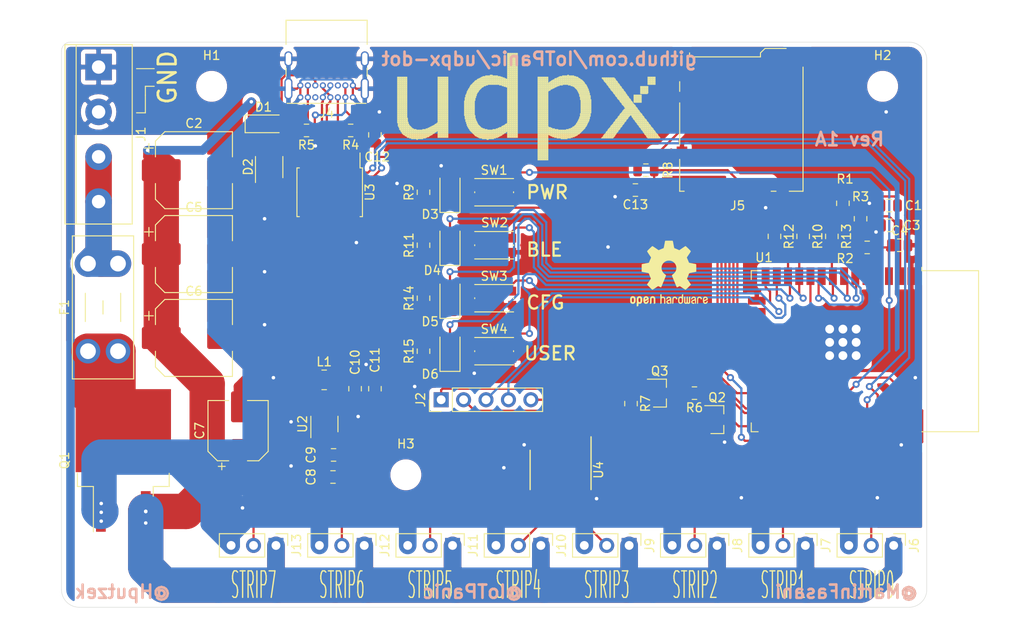
<source format=kicad_pcb>
(kicad_pcb (version 20171130) (host pcbnew 5.1.5-1.fc30)
  (layers (0 F.Cu signal) (31 B.Cu signal) (34 B.Paste user) (35 F.Paste user) (36 B.SilkS user) (37 F.SilkS user) (38 B.Mask user) (39 F.Mask user) (44 Edge.Cuts user))
  (net 0 "")
  (net 1 +3V3)
  (net 2 GND)
  (net 3 +5V)
  (net 4 /RESET)
  (net 5 "Net-(D1-Pad2)")
  (net 6 "Net-(D2-Pad2)")
  (net 7 "Net-(D2-Pad3)")
  (net 8 "Net-(D2-Pad4)")
  (net 9 "Net-(D3-Pad1)")
  (net 10 "Net-(D4-Pad1)")
  (net 11 /LED_BLE)
  (net 12 /LED_WIFI)
  (net 13 "Net-(D5-Pad1)")
  (net 14 "Net-(D6-Pad1)")
  (net 15 /LED_USER)
  (net 16 "Net-(F1-Pad1)")
  (net 17 "Net-(F1-Pad2)")
  (net 18 "Net-(J2-Pad5)")
  (net 19 "Net-(J2-Pad4)")
  (net 20 "Net-(J2-Pad3)")
  (net 21 "Net-(J2-Pad2)")
  (net 22 "Net-(J2-Pad1)")
  (net 23 "Net-(J4-PadA5)")
  (net 24 /SD_D1)
  (net 25 /SD_D0)
  (net 26 /SD_CLK)
  (net 27 /SD_CMD)
  (net 28 /SD_D3)
  (net 29 /SD_D2)
  (net 30 /SD_DET)
  (net 31 "Net-(J6-Pad2)")
  (net 32 "Net-(J7-Pad2)")
  (net 33 "Net-(J8-Pad2)")
  (net 34 "Net-(J9-Pad2)")
  (net 35 "Net-(J10-Pad2)")
  (net 36 "Net-(J11-Pad2)")
  (net 37 "Net-(J12-Pad2)")
  (net 38 "Net-(J13-Pad2)")
  (net 39 "Net-(L1-Pad1)")
  (net 40 /GPIO0)
  (net 41 /DTR)
  (net 42 "Net-(Q2-Pad1)")
  (net 43 "Net-(Q3-Pad1)")
  (net 44 /RTS)
  (net 45 "Net-(R1-Pad1)")
  (net 46 "Net-(R3-Pad1)")
  (net 47 /BUT_USER)
  (net 48 /BUT_CFG)
  (net 49 /BUT_BLE)
  (net 50 /STRIP7)
  (net 51 /STRIP0)
  (net 52 /STRIP1)
  (net 53 /STRIP2)
  (net 54 /STRIP3)
  (net 55 /STRIP4)
  (net 56 /RX)
  (net 57 /TX)
  (net 58 /STRIP5)
  (net 59 /STRIP6)
  (module udpx:UDPX_small (layer F.Cu) (at 85.3 60)
    (fp_text reference UDPX hide)
    (fp_text value "" (at 0 0) (layer F.SilkS) (effects (font (size 1.27 1.27))))
  )
  (module Symbol:OSHW-Logo2_9.8x8mm_SilkScreen (layer F.Cu) (at 120.8 88.2)
    (fp_text reference REF** hide)
    (fp_text value OSHW-Logo2_9.8x8mm_SilkScreen hide)
  )
  (module Capacitor_SMD:C_0805_2012Metric (layer F.Cu) (at 145.75 80.5 180)
    (fp_text reference C1 (at -2.75 0) (layer F.SilkS))
    (fp_text value 1uF)
    (pad 1 smd roundrect (at -0.9375 0 180) (size 0.975 1.4) (layers F.Cu F.Paste F.Mask) (net 1 +3V3))
    (pad 2 smd roundrect (at 0.9375 0 180) (size 0.975 1.4) (layers F.Cu F.Paste F.Mask) (net 2 GND))
  )
  (module Capacitor_SMD:CP_Elec_8x10.5 (layer F.Cu) (at 67 76.5)
    (fp_text reference C2 (at 0 -5.3) (layer F.SilkS))
    (fp_text value 1mF)
    (pad 1 smd roundrect (at -3.7 0) (size 4.4 2.5) (layers F.Cu F.Paste F.Mask) (roundrect_rratio 0.1) (net 3 +5V))
    (pad 2 smd roundrect (at 3.7 0) (size 4.4 2.5) (layers F.Cu F.Paste F.Mask) (roundrect_rratio 0.1) (net 2 GND))
  )
  (module Capacitor_SMD:C_0805_2012Metric (layer F.Cu) (at 145.8125 82.75 180)
    (fp_text reference C3 (at -2.5 0 180) (layer F.SilkS))
    (fp_text value 1uF)
    (pad 2 smd roundrect (at 0.9375 0 180) (size 0.975 1.4) (layers F.Cu F.Paste F.Mask) (net 2 GND))
    (pad 1 smd roundrect (at -0.9375 0 180) (size 0.975 1.4) (layers F.Cu F.Paste F.Mask) (net 1 +3V3))
  )
  (module Capacitor_SMD:C_0805_2012Metric (layer F.Cu) (at 146.9375 85)
    (fp_text reference C4 (at 0 -1.65) (layer F.SilkS))
    (fp_text value 0.2uF)
    (pad 1 smd roundrect (at -0.9375 0) (size 0.975 1.4) (layers F.Cu F.Paste F.Mask) (net 4 /RESET))
    (pad 2 smd roundrect (at 0.9375 0) (size 0.975 1.4) (layers F.Cu F.Paste F.Mask) (net 2 GND))
  )
  (module Capacitor_SMD:CP_Elec_8x10.5 (layer F.Cu) (at 67 86)
    (fp_text reference C5 (at 0 -5.3) (layer F.SilkS))
    (fp_text value 1mF)
    (pad 1 smd roundrect (at -3.7 0) (size 4.4 2.5) (layers F.Cu F.Paste F.Mask) (roundrect_rratio 0.1) (net 3 +5V))
    (pad 2 smd roundrect (at 3.7 0) (size 4.4 2.5) (layers F.Cu F.Paste F.Mask) (roundrect_rratio 0.1) (net 2 GND))
  )
  (module Capacitor_SMD:CP_Elec_8x10.5 (layer F.Cu) (at 67 95.5)
    (fp_text reference C6 (at 0 -5.3) (layer F.SilkS))
    (fp_text value 1mF)
    (pad 2 smd roundrect (at 3.7 0) (size 4.4 2.5) (layers F.Cu F.Paste F.Mask) (roundrect_rratio 0.1) (net 2 GND))
    (pad 1 smd roundrect (at -3.7 0) (size 4.4 2.5) (layers F.Cu F.Paste F.Mask) (roundrect_rratio 0.1) (net 3 +5V))
  )
  (module Capacitor_SMD:CP_Elec_6.3x3.9 (layer F.Cu) (at 72 106 90)
    (fp_text reference C7 (at 0 -4.35 90) (layer F.SilkS))
    (fp_text value 100uF)
    (pad 1 smd roundrect (at -2.7 0 90) (size 3.5 1.6) (layers F.Cu F.Paste F.Mask) (roundrect_rratio 0.15625) (net 3 +5V))
    (pad 2 smd roundrect (at 2.7 0 90) (size 3.5 1.6) (layers F.Cu F.Paste F.Mask) (roundrect_rratio 0.15625) (net 2 GND))
  )
  (module Capacitor_SMD:C_0805_2012Metric (layer F.Cu) (at 82.75 111.25 180)
    (fp_text reference C8 (at 2.5 0 270) (layer F.SilkS))
    (fp_text value 10uF)
    (pad 1 smd roundrect (at -0.9375 0 180) (size 0.975 1.4) (layers F.Cu F.Paste F.Mask) (net 3 +5V))
    (pad 2 smd roundrect (at 0.9375 0 180) (size 0.975 1.4) (layers F.Cu F.Paste F.Mask) (net 2 GND))
  )
  (module Capacitor_SMD:C_0805_2012Metric (layer F.Cu) (at 82.8125 108.75 180)
    (fp_text reference C9 (at 2.5625 0 90) (layer F.SilkS))
    (fp_text value 10uF)
    (pad 2 smd roundrect (at 0.9375 0 180) (size 0.975 1.4) (layers F.Cu F.Paste F.Mask) (net 2 GND))
    (pad 1 smd roundrect (at -0.9375 0 180) (size 0.975 1.4) (layers F.Cu F.Paste F.Mask) (net 3 +5V))
  )
  (module Capacitor_SMD:C_0805_2012Metric (layer F.Cu) (at 85.25 101.25 90)
    (fp_text reference C10 (at 3 0 90) (layer F.SilkS))
    (fp_text value 10uF)
    (pad 2 smd roundrect (at 0.9375 0 90) (size 0.975 1.4) (layers F.Cu F.Paste F.Mask) (net 2 GND))
    (pad 1 smd roundrect (at -0.9375 0 90) (size 0.975 1.4) (layers F.Cu F.Paste F.Mask) (net 1 +3V3))
  )
  (module Capacitor_SMD:C_0805_2012Metric (layer F.Cu) (at 87.5 101.25 90)
    (fp_text reference C11 (at 3.25 0 90) (layer F.SilkS))
    (fp_text value 1uF)
    (pad 1 smd roundrect (at -0.9375 0 90) (size 0.975 1.4) (layers F.Cu F.Paste F.Mask) (net 1 +3V3))
    (pad 2 smd roundrect (at 0.9375 0 90) (size 0.975 1.4) (layers F.Cu F.Paste F.Mask) (net 2 GND))
  )
  (module Capacitor_SMD:C_0805_2012Metric (layer F.Cu) (at 87.5 72.5 90)
    (fp_text reference C12 (at -2.5 0.25 180) (layer F.SilkS))
    (fp_text value 10uF)
    (pad 2 smd roundrect (at 0.9375 0 90) (size 0.975 1.4) (layers F.Cu F.Paste F.Mask) (net 2 GND))
    (pad 1 smd roundrect (at -0.9375 0 90) (size 0.975 1.4) (layers F.Cu F.Paste F.Mask) (net 1 +3V3))
  )
  (module Diode_SMD:D_SOD-123F (layer F.Cu) (at 75 71.25)
    (fp_text reference D1 (at -0.127 -1.905) (layer F.SilkS))
    (fp_text value D)
    (pad 1 smd rect (at -1.4 0) (size 1.1 1.1) (layers F.Cu F.Paste F.Mask) (net 3 +5V))
    (pad 2 smd rect (at 1.4 0) (size 1.1 1.1) (layers F.Cu F.Paste F.Mask) (net 5 "Net-(D1-Pad2)"))
  )
  (module Package_TO_SOT_SMD:SOT-143 (layer F.Cu) (at 75.52 76.15 90)
    (fp_text reference D2 (at 0.02 -2.38 90) (layer F.SilkS))
    (fp_text value SP0503BAHT)
    (pad 1 smd rect (at -1.1 -0.77) (size 1.2 1.4) (layers F.Cu F.Paste F.Mask) (net 2 GND))
    (pad 2 smd rect (at -1.1 0.95) (size 1 1.4) (layers F.Cu F.Paste F.Mask) (net 6 "Net-(D2-Pad2)"))
    (pad 3 smd rect (at 1.1 0.95) (size 1 1.4) (layers F.Cu F.Paste F.Mask) (net 7 "Net-(D2-Pad3)"))
    (pad 4 smd rect (at 1.1 -0.95) (size 1 1.4) (layers F.Cu F.Paste F.Mask) (net 8 "Net-(D2-Pad4)"))
  )
  (module LED_SMD:LED_1206_3216Metric (layer F.Cu) (at 96 79 90)
    (fp_text reference D3 (at -2.5 -2.25) (layer F.SilkS))
    (fp_text value RED)
    (pad 1 smd roundrect (at -1.4 0 90) (size 1.25 1.75) (layers F.Cu F.Paste F.Mask) (roundrect_rratio 0.2) (net 9 "Net-(D3-Pad1)"))
    (pad 2 smd roundrect (at 1.4 0 90) (size 1.25 1.75) (layers F.Cu F.Paste F.Mask) (roundrect_rratio 0.2) (net 1 +3V3))
  )
  (module LED_SMD:LED_1206_3216Metric (layer F.Cu) (at 96 85 90)
    (fp_text reference D4 (at -2.85 -2) (layer F.SilkS))
    (fp_text value BLUE)
    (pad 1 smd roundrect (at -1.4 0 90) (size 1.25 1.75) (layers F.Cu F.Paste F.Mask) (roundrect_rratio 0.2) (net 10 "Net-(D4-Pad1)"))
    (pad 2 smd roundrect (at 1.4 0 90) (size 1.25 1.75) (layers F.Cu F.Paste F.Mask) (roundrect_rratio 0.2) (net 11 /LED_BLE))
  )
  (module LED_SMD:LED_1206_3216Metric (layer F.Cu) (at 96 91 90)
    (fp_text reference D5 (at -2.65 -2.25) (layer F.SilkS))
    (fp_text value GREEN)
    (pad 2 smd roundrect (at 1.4 0 90) (size 1.25 1.75) (layers F.Cu F.Paste F.Mask) (roundrect_rratio 0.2) (net 12 /LED_WIFI))
    (pad 1 smd roundrect (at -1.4 0 90) (size 1.25 1.75) (layers F.Cu F.Paste F.Mask) (roundrect_rratio 0.2) (net 13 "Net-(D5-Pad1)"))
  )
  (module LED_SMD:LED_1206_3216Metric (layer F.Cu) (at 96 97 90)
    (fp_text reference D6 (at -2.6 -2.25) (layer F.SilkS))
    (fp_text value ORANGE)
    (pad 1 smd roundrect (at -1.4 0 90) (size 1.25 1.75) (layers F.Cu F.Paste F.Mask) (roundrect_rratio 0.2) (net 14 "Net-(D6-Pad1)"))
    (pad 2 smd roundrect (at 1.4 0 90) (size 1.25 1.75) (layers F.Cu F.Paste F.Mask) (roundrect_rratio 0.2) (net 15 /LED_USER))
  )
  (module Fuse:Fuseholder_Blade_Mini_Keystone_3568 (layer F.Cu) (at 55 97 90)
    (fp_text reference F1 (at 4.96 -2.67 90) (layer F.SilkS))
    (fp_text value "Blade Fuse")
    (pad 1 thru_hole circle (at 0 0 90) (size 2.78 2.78) (drill 1.78) (layers *.Cu *.Mask) (net 16 "Net-(F1-Pad1)"))
    (pad 1 thru_hole circle (at 0 3.4 90) (size 2.78 2.78) (drill 1.78) (layers *.Cu *.Mask) (net 16 "Net-(F1-Pad1)"))
    (pad 2 thru_hole circle (at 9.92 0 90) (size 2.78 2.78) (drill 1.78) (layers *.Cu *.Mask) (net 17 "Net-(F1-Pad2)"))
    (pad 2 thru_hole circle (at 9.92 3.4 90) (size 2.78 2.78) (drill 1.78) (layers *.Cu *.Mask) (net 17 "Net-(F1-Pad2)"))
  )
  (module MountingHole:MountingHole_2.5mm (layer F.Cu) (at 69 67)
    (fp_text reference H1 (at 0 -3.5) (layer F.SilkS))
    (fp_text value MountingHole)
    (pad 1 np_thru_hole circle (at 0 0) (size 2.5 2.5) (drill 2.5) (layers *.Cu *.Mask))
  )
  (module MountingHole:MountingHole_2.5mm (layer F.Cu) (at 145 67)
    (fp_text reference H2 (at 0 -3.5) (layer F.SilkS))
    (fp_text value MountingHole)
    (pad 1 np_thru_hole circle (at 0 0) (size 2.5 2.5) (drill 2.5) (layers *.Cu *.Mask))
  )
  (module MountingHole:MountingHole_2.5mm (layer F.Cu) (at 91 111)
    (fp_text reference H3 (at 0 -3.5) (layer F.SilkS))
    (fp_text value MountingHole)
    (pad 1 np_thru_hole circle (at 0 0) (size 2.5 2.5) (drill 2.5) (layers *.Cu *.Mask))
  )
  (module TerminalBlock:TerminalBlock_bornier-4_P5.08mm (layer F.Cu) (at 56.2 64.82 270)
    (fp_text reference J1 (at 7.6 -4.8 90) (layer F.SilkS))
    (fp_text value PWR)
    (pad 2 thru_hole circle (at 5.08 0 270) (size 3 3) (drill 1.52) (layers *.Cu *.Mask) (net 2 GND))
    (pad 3 thru_hole circle (at 10.16 0 270) (size 3 3) (drill 1.52) (layers *.Cu *.Mask) (net 17 "Net-(F1-Pad2)"))
    (pad 1 thru_hole rect (at 0 0 270) (size 3 3) (drill 1.52) (layers *.Cu *.Mask) (net 2 GND))
    (pad 4 thru_hole circle (at 15.24 0 270) (size 3 3) (drill 1.52) (layers *.Cu *.Mask) (net 17 "Net-(F1-Pad2)"))
  )
  (module Connector_PinHeader_2.54mm:PinHeader_1x05_P2.54mm_Vertical (layer F.Cu) (at 95 102.5 90)
    (fp_text reference J2 (at 0 -2.33 90) (layer F.SilkS))
    (fp_text value GPIO)
    (pad 5 thru_hole oval (at 0 10.16 90) (size 1.7 1.7) (drill 1) (layers *.Cu *.Mask) (net 18 "Net-(J2-Pad5)"))
    (pad 4 thru_hole oval (at 0 7.62 90) (size 1.7 1.7) (drill 1) (layers *.Cu *.Mask) (net 19 "Net-(J2-Pad4)"))
    (pad 3 thru_hole oval (at 0 5.08 90) (size 1.7 1.7) (drill 1) (layers *.Cu *.Mask) (net 20 "Net-(J2-Pad3)"))
    (pad 2 thru_hole oval (at 0 2.54 90) (size 1.7 1.7) (drill 1) (layers *.Cu *.Mask) (net 21 "Net-(J2-Pad2)"))
    (pad 1 thru_hole rect (at 0 0 90) (size 1.7 1.7) (drill 1) (layers *.Cu *.Mask) (net 22 "Net-(J2-Pad1)"))
  )
  (module Connector_USB:USB_C_Receptacle_GCT_USB4085 (layer F.Cu) (at 85 68.25 180)
    (fp_text reference J4 (at 2.975 -1.8) (layer F.SilkS))
    (fp_text value USB_C_Receptacle_USB2.0)
    (pad A1 thru_hole circle (at 0 0 180) (size 0.7 0.7) (drill 0.4) (layers *.Cu *.Mask) (net 2 GND))
    (pad A4 thru_hole circle (at 0.85 0 180) (size 0.7 0.7) (drill 0.4) (layers *.Cu *.Mask) (net 5 "Net-(D1-Pad2)"))
    (pad A5 thru_hole circle (at 1.7 0 180) (size 0.7 0.7) (drill 0.4) (layers *.Cu *.Mask) (net 23 "Net-(J4-PadA5)"))
    (pad A6 thru_hole circle (at 2.55 0 180) (size 0.7 0.7) (drill 0.4) (layers *.Cu *.Mask) (net 6 "Net-(D2-Pad2)"))
    (pad A7 thru_hole circle (at 3.4 0 180) (size 0.7 0.7) (drill 0.4) (layers *.Cu *.Mask) (net 7 "Net-(D2-Pad3)"))
    (pad A8 thru_hole circle (at 4.25 0 180) (size 0.7 0.7) (drill 0.4) (layers *.Cu *.Mask))
    (pad A9 thru_hole circle (at 5.1 0 180) (size 0.7 0.7) (drill 0.4) (layers *.Cu *.Mask) (net 5 "Net-(D1-Pad2)"))
    (pad A12 thru_hole circle (at 5.95 0 180) (size 0.7 0.7) (drill 0.4) (layers *.Cu *.Mask) (net 2 GND))
    (pad B9 thru_hole circle (at 0.85 1.35 180) (size 0.7 0.7) (drill 0.4) (layers *.Cu *.Mask) (net 5 "Net-(D1-Pad2)"))
    (pad B7 thru_hole circle (at 2.55 1.35 180) (size 0.7 0.7) (drill 0.4) (layers *.Cu *.Mask) (net 7 "Net-(D2-Pad3)"))
    (pad B8 thru_hole circle (at 1.7 1.35 180) (size 0.7 0.7) (drill 0.4) (layers *.Cu *.Mask))
    (pad B12 thru_hole circle (at 0 1.35 180) (size 0.7 0.7) (drill 0.4) (layers *.Cu *.Mask) (net 2 GND))
    (pad B5 thru_hole circle (at 4.25 1.35 180) (size 0.7 0.7) (drill 0.4) (layers *.Cu *.Mask) (net 8 "Net-(D2-Pad4)"))
    (pad B4 thru_hole circle (at 5.1 1.35 180) (size 0.7 0.7) (drill 0.4) (layers *.Cu *.Mask) (net 5 "Net-(D1-Pad2)"))
    (pad B1 thru_hole circle (at 5.95 1.35 180) (size 0.7 0.7) (drill 0.4) (layers *.Cu *.Mask) (net 2 GND))
    (pad B6 thru_hole circle (at 3.4 1.35 180) (size 0.7 0.7) (drill 0.4) (layers *.Cu *.Mask) (net 6 "Net-(D2-Pad2)"))
    (pad S1 thru_hole oval (at -1.35 0.98 180) (size 0.9 2.4) (drill oval 0.6 2.1) (layers *.Cu *.Mask) (net 2 GND))
    (pad S1 thru_hole oval (at 7.3 0.98 180) (size 0.9 2.4) (drill oval 0.6 2.1) (layers *.Cu *.Mask) (net 2 GND))
    (pad S1 thru_hole oval (at -1.35 4.36 180) (size 0.9 1.7) (drill oval 0.6 1.4) (layers *.Cu *.Mask) (net 2 GND))
    (pad S1 thru_hole oval (at 7.3 4.36 180) (size 0.9 1.7) (drill oval 0.6 1.4) (layers *.Cu *.Mask) (net 2 GND))
  )
  (module Connector_PinHeader_2.54mm:PinHeader_1x03_P2.54mm_Vertical (layer F.Cu) (at 146.25 119 270)
    (fp_text reference J6 (at 0 -2.33 90) (layer F.SilkS))
    (fp_text value STRIP0)
    (pad 3 thru_hole oval (at 0 5.08 270) (size 1.7 1.7) (drill 1) (layers *.Cu *.Mask) (net 2 GND))
    (pad 2 thru_hole oval (at 0 2.54 270) (size 1.7 1.7) (drill 1) (layers *.Cu *.Mask) (net 31 "Net-(J6-Pad2)"))
    (pad 1 thru_hole rect (at 0 0 270) (size 1.7 1.7) (drill 1) (layers *.Cu *.Mask) (net 3 +5V))
  )
  (module Connector_PinHeader_2.54mm:PinHeader_1x03_P2.54mm_Vertical (layer F.Cu) (at 136.25 119 270)
    (fp_text reference J7 (at 0 -2.33 90) (layer F.SilkS))
    (fp_text value STRIP1)
    (pad 1 thru_hole rect (at 0 0 270) (size 1.7 1.7) (drill 1) (layers *.Cu *.Mask) (net 3 +5V))
    (pad 2 thru_hole oval (at 0 2.54 270) (size 1.7 1.7) (drill 1) (layers *.Cu *.Mask) (net 32 "Net-(J7-Pad2)"))
    (pad 3 thru_hole oval (at 0 5.08 270) (size 1.7 1.7) (drill 1) (layers *.Cu *.Mask) (net 2 GND))
  )
  (module Connector_PinHeader_2.54mm:PinHeader_1x03_P2.54mm_Vertical (layer F.Cu) (at 126.25 119 270)
    (fp_text reference J8 (at 0 -2.33 90) (layer F.SilkS))
    (fp_text value STRIP2)
    (pad 3 thru_hole oval (at 0 5.08 270) (size 1.7 1.7) (drill 1) (layers *.Cu *.Mask) (net 2 GND))
    (pad 2 thru_hole oval (at 0 2.54 270) (size 1.7 1.7) (drill 1) (layers *.Cu *.Mask) (net 33 "Net-(J8-Pad2)"))
    (pad 1 thru_hole rect (at 0 0 270) (size 1.7 1.7) (drill 1) (layers *.Cu *.Mask) (net 3 +5V))
  )
  (module Connector_PinHeader_2.54mm:PinHeader_1x03_P2.54mm_Vertical (layer F.Cu) (at 116.29 119 270)
    (fp_text reference J9 (at 0 -2.33 90) (layer F.SilkS))
    (fp_text value STRIP3)
    (pad 1 thru_hole rect (at 0 0 270) (size 1.7 1.7) (drill 1) (layers *.Cu *.Mask) (net 3 +5V))
    (pad 2 thru_hole oval (at 0 2.54 270) (size 1.7 1.7) (drill 1) (layers *.Cu *.Mask) (net 34 "Net-(J9-Pad2)"))
    (pad 3 thru_hole oval (at 0 5.08 270) (size 1.7 1.7) (drill 1) (layers *.Cu *.Mask) (net 2 GND))
  )
  (module Connector_PinHeader_2.54mm:PinHeader_1x03_P2.54mm_Vertical (layer F.Cu) (at 106.29 119 270)
    (fp_text reference J10 (at 0 -2.33 90) (layer F.SilkS))
    (fp_text value STRIP4)
    (pad 1 thru_hole rect (at 0 0 270) (size 1.7 1.7) (drill 1) (layers *.Cu *.Mask) (net 3 +5V))
    (pad 2 thru_hole oval (at 0 2.54 270) (size 1.7 1.7) (drill 1) (layers *.Cu *.Mask) (net 35 "Net-(J10-Pad2)"))
    (pad 3 thru_hole oval (at 0 5.08 270) (size 1.7 1.7) (drill 1) (layers *.Cu *.Mask) (net 2 GND))
  )
  (module Connector_PinHeader_2.54mm:PinHeader_1x03_P2.54mm_Vertical (layer F.Cu) (at 96.29 119 270)
    (fp_text reference J11 (at 0 -2.33 90) (layer F.SilkS))
    (fp_text value STRIP5)
    (pad 3 thru_hole oval (at 0 5.08 270) (size 1.7 1.7) (drill 1) (layers *.Cu *.Mask) (net 2 GND))
    (pad 2 thru_hole oval (at 0 2.54 270) (size 1.7 1.7) (drill 1) (layers *.Cu *.Mask) (net 36 "Net-(J11-Pad2)"))
    (pad 1 thru_hole rect (at 0 0 270) (size 1.7 1.7) (drill 1) (layers *.Cu *.Mask) (net 3 +5V))
  )
  (module Connector_PinHeader_2.54mm:PinHeader_1x03_P2.54mm_Vertical (layer F.Cu) (at 86.29 119 270)
    (fp_text reference J12 (at 0 -2.33 90) (layer F.SilkS))
    (fp_text value STRIP6)
    (pad 1 thru_hole rect (at 0 0 270) (size 1.7 1.7) (drill 1) (layers *.Cu *.Mask) (net 3 +5V))
    (pad 2 thru_hole oval (at 0 2.54 270) (size 1.7 1.7) (drill 1) (layers *.Cu *.Mask) (net 37 "Net-(J12-Pad2)"))
    (pad 3 thru_hole oval (at 0 5.08 270) (size 1.7 1.7) (drill 1) (layers *.Cu *.Mask) (net 2 GND))
  )
  (module Connector_PinHeader_2.54mm:PinHeader_1x03_P2.54mm_Vertical (layer F.Cu) (at 76.29 119 270)
    (fp_text reference J13 (at 0 -2.33 90) (layer F.SilkS))
    (fp_text value STRIP7)
    (pad 3 thru_hole oval (at 0 5.08 270) (size 1.7 1.7) (drill 1) (layers *.Cu *.Mask) (net 2 GND))
    (pad 2 thru_hole oval (at 0 2.54 270) (size 1.7 1.7) (drill 1) (layers *.Cu *.Mask) (net 38 "Net-(J13-Pad2)"))
    (pad 1 thru_hole rect (at 0 0 270) (size 1.7 1.7) (drill 1) (layers *.Cu *.Mask) (net 3 +5V))
  )
  (module Inductor_SMD:L_1008_2520Metric (layer F.Cu) (at 81.75 100.25)
    (fp_text reference L1 (at 0 -2.05) (layer F.SilkS))
    (fp_text value 1uH)
    (pad 1 smd roundrect (at -1.075 0) (size 1.25 2.2) (layers F.Cu F.Paste F.Mask) (roundrect_rratio 0.2) (net 39 "Net-(L1-Pad1)"))
    (pad 2 smd roundrect (at 1.075 0) (size 1.25 2.2) (layers F.Cu F.Paste F.Mask) (roundrect_rratio 0.2) (net 1 +3V3))
  )
  (module Package_TO_SOT_SMD:TO-263-2 (layer F.Cu) (at 59 109.375 90)
    (fp_text reference Q1 (at 0 -6.65 90) (layer F.SilkS))
    (fp_text value SQM40031EL)
    (pad 1 smd rect (at -5.775 -2.54 90) (size 4.6 1.1) (layers F.Cu F.Paste F.Mask) (net 2 GND))
    (pad 3 smd rect (at -5.775 2.54 90) (size 4.6 1.1) (layers F.Cu F.Paste F.Mask) (net 3 +5V))
    (pad 2 smd rect (at 3.375 0 90) (size 9.4 10.8) (layers F.Cu F.Mask) (net 16 "Net-(F1-Pad1)"))
  )
  (module Package_TO_SOT_SMD:SOT-23 (layer F.Cu) (at 126.25 104.75)
    (fp_text reference Q2 (at 0 -2.5) (layer F.SilkS))
    (fp_text value MMBT2222)
    (pad 3 smd rect (at 1 0) (size 0.9 0.8) (layers F.Cu F.Paste F.Mask) (net 40 /GPIO0))
    (pad 2 smd rect (at -1 0.95) (size 0.9 0.8) (layers F.Cu F.Paste F.Mask) (net 41 /DTR))
    (pad 1 smd rect (at -1 -0.95) (size 0.9 0.8) (layers F.Cu F.Paste F.Mask) (net 42 "Net-(Q2-Pad1)"))
  )
  (module Package_TO_SOT_SMD:SOT-23 (layer F.Cu) (at 119.75 101.75)
    (fp_text reference Q3 (at 0 -2.5) (layer F.SilkS))
    (fp_text value MMBT2222)
    (pad 1 smd rect (at -1 -0.95) (size 0.9 0.8) (layers F.Cu F.Paste F.Mask) (net 43 "Net-(Q3-Pad1)"))
    (pad 2 smd rect (at -1 0.95) (size 0.9 0.8) (layers F.Cu F.Paste F.Mask) (net 44 /RTS))
    (pad 3 smd rect (at 1 0) (size 0.9 0.8) (layers F.Cu F.Paste F.Mask) (net 4 /RESET))
  )
  (module Resistor_SMD:R_0805_2012Metric (layer F.Cu) (at 140.5 80.25 90)
    (fp_text reference R1 (at 2.75 0.25 180) (layer F.SilkS))
    (fp_text value 10K)
    (pad 2 smd roundrect (at 0.9375 0 90) (size 0.975 1.4) (layers F.Cu F.Paste F.Mask) (net 2 GND))
    (pad 1 smd roundrect (at -0.9375 0 90) (size 0.975 1.4) (layers F.Cu F.Paste F.Mask) (net 45 "Net-(R1-Pad1)"))
  )
  (module Resistor_SMD:R_0805_2012Metric (layer F.Cu) (at 143.25 85.25)
    (fp_text reference R2 (at -2.5 1.25) (layer F.SilkS))
    (fp_text value 10K)
    (pad 1 smd roundrect (at -0.9375 0) (size 0.975 1.4) (layers F.Cu F.Paste F.Mask) (net 1 +3V3))
    (pad 2 smd roundrect (at 0.9375 0) (size 0.975 1.4) (layers F.Cu F.Paste F.Mask) (net 4 /RESET))
  )
  (module Resistor_SMD:R_0805_2012Metric (layer F.Cu) (at 142.5 82 90)
    (fp_text reference R3 (at 2.5 0 180) (layer F.SilkS))
    (fp_text value 10K)
    (pad 1 smd roundrect (at -0.9375 0 90) (size 0.975 1.4) (layers F.Cu F.Paste F.Mask) (net 46 "Net-(R3-Pad1)"))
    (pad 2 smd roundrect (at 0.9375 0 90) (size 0.975 1.4) (layers F.Cu F.Paste F.Mask) (net 2 GND))
  )
  (module Resistor_SMD:R_0805_2012Metric (layer F.Cu) (at 84.75 72 180)
    (fp_text reference R4 (at 0 -1.65) (layer F.SilkS))
    (fp_text value 5.1K)
    (pad 1 smd roundrect (at -0.9375 0 180) (size 0.975 1.4) (layers F.Cu F.Paste F.Mask) (net 5 "Net-(D1-Pad2)"))
    (pad 2 smd roundrect (at 0.9375 0 180) (size 0.975 1.4) (layers F.Cu F.Paste F.Mask) (net 23 "Net-(J4-PadA5)"))
  )
  (module Resistor_SMD:R_0805_2012Metric (layer F.Cu) (at 79.75 72 180)
    (fp_text reference R5 (at 0 -1.65) (layer F.SilkS))
    (fp_text value 5.1K)
    (pad 2 smd roundrect (at 0.9375 0 180) (size 0.975 1.4) (layers F.Cu F.Paste F.Mask) (net 8 "Net-(D2-Pad4)"))
    (pad 1 smd roundrect (at -0.9375 0 180) (size 0.975 1.4) (layers F.Cu F.Paste F.Mask) (net 5 "Net-(D1-Pad2)"))
  )
  (module Resistor_SMD:R_0805_2012Metric (layer F.Cu) (at 123.6875 101.75 180)
    (fp_text reference R6 (at 0 -1.65) (layer F.SilkS))
    (fp_text value 10K)
    (pad 2 smd roundrect (at 0.9375 0 180) (size 0.975 1.4) (layers F.Cu F.Paste F.Mask) (net 44 /RTS))
    (pad 1 smd roundrect (at -0.9375 0 180) (size 0.975 1.4) (layers F.Cu F.Paste F.Mask) (net 42 "Net-(Q2-Pad1)"))
  )
  (module Resistor_SMD:R_0805_2012Metric (layer F.Cu) (at 116.5 102.9375 270)
    (fp_text reference R7 (at 0 -1.65 90) (layer F.SilkS))
    (fp_text value 10K)
    (pad 2 smd roundrect (at 0.9375 0 270) (size 0.975 1.4) (layers F.Cu F.Paste F.Mask) (net 41 /DTR))
    (pad 1 smd roundrect (at -0.9375 0 270) (size 0.975 1.4) (layers F.Cu F.Paste F.Mask) (net 43 "Net-(Q3-Pad1)"))
  )
  (module Resistor_SMD:R_0805_2012Metric (layer F.Cu) (at 118.1875 76.5 180)
    (fp_text reference R8 (at -2.5 0 270) (layer F.SilkS))
    (fp_text value 10K)
    (pad 1 smd roundrect (at -0.9375 0 180) (size 0.975 1.4) (layers F.Cu F.Paste F.Mask) (net 1 +3V3))
    (pad 2 smd roundrect (at 0.9375 0 180) (size 0.975 1.4) (layers F.Cu F.Paste F.Mask) (net 30 /SD_DET))
  )
  (module Resistor_SMD:R_0805_2012Metric (layer F.Cu) (at 93 79 90)
    (fp_text reference R9 (at 0 -1.65 90) (layer F.SilkS))
    (fp_text value 470)
    (pad 2 smd roundrect (at 0.9375 0 90) (size 0.975 1.4) (layers F.Cu F.Paste F.Mask) (net 2 GND))
    (pad 1 smd roundrect (at -0.9375 0 90) (size 0.975 1.4) (layers F.Cu F.Paste F.Mask) (net 9 "Net-(D3-Pad1)"))
  )
  (module Resistor_SMD:R_0805_2012Metric (layer F.Cu) (at 136 84 270)
    (fp_text reference R10 (at 0 -1.65 90) (layer F.SilkS))
    (fp_text value 10K)
    (pad 1 smd roundrect (at -0.9375 0 270) (size 0.975 1.4) (layers F.Cu F.Paste F.Mask) (net 1 +3V3))
    (pad 2 smd roundrect (at 0.9375 0 270) (size 0.975 1.4) (layers F.Cu F.Paste F.Mask) (net 47 /BUT_USER))
  )
  (module Resistor_SMD:R_0805_2012Metric (layer F.Cu) (at 93 85 90)
    (fp_text reference R11 (at 0 -1.65 90) (layer F.SilkS))
    (fp_text value 10)
    (pad 2 smd roundrect (at 0.9375 0 90) (size 0.975 1.4) (layers F.Cu F.Paste F.Mask) (net 2 GND))
    (pad 1 smd roundrect (at -0.9375 0 90) (size 0.975 1.4) (layers F.Cu F.Paste F.Mask) (net 10 "Net-(D4-Pad1)"))
  )
  (module Resistor_SMD:R_0805_2012Metric (layer F.Cu) (at 132.75 84 270)
    (fp_text reference R12 (at 0 -1.65 90) (layer F.SilkS))
    (fp_text value 10K)
    (pad 2 smd roundrect (at 0.9375 0 270) (size 0.975 1.4) (layers F.Cu F.Paste F.Mask) (net 48 /BUT_CFG))
    (pad 1 smd roundrect (at -0.9375 0 270) (size 0.975 1.4) (layers F.Cu F.Paste F.Mask) (net 1 +3V3))
  )
  (module Resistor_SMD:R_0805_2012Metric (layer F.Cu) (at 139.25 84 270)
    (fp_text reference R13 (at 0 -1.65 90) (layer F.SilkS))
    (fp_text value 10K)
    (pad 1 smd roundrect (at -0.9375 0 270) (size 0.975 1.4) (layers F.Cu F.Paste F.Mask) (net 1 +3V3))
    (pad 2 smd roundrect (at 0.9375 0 270) (size 0.975 1.4) (layers F.Cu F.Paste F.Mask) (net 49 /BUT_BLE))
  )
  (module Resistor_SMD:R_0805_2012Metric (layer F.Cu) (at 93 91 90)
    (fp_text reference R14 (at 0 -1.65 90) (layer F.SilkS))
    (fp_text value R)
    (pad 2 smd roundrect (at 0.9375 0 90) (size 0.975 1.4) (layers F.Cu F.Paste F.Mask) (net 2 GND))
    (pad 1 smd roundrect (at -0.9375 0 90) (size 0.975 1.4) (layers F.Cu F.Paste F.Mask) (net 13 "Net-(D5-Pad1)"))
  )
  (module Resistor_SMD:R_0805_2012Metric (layer F.Cu) (at 93 97 90)
    (fp_text reference R15 (at 0 -1.65 90) (layer F.SilkS))
    (fp_text value R)
    (pad 1 smd roundrect (at -0.9375 0 90) (size 0.975 1.4) (layers F.Cu F.Paste F.Mask) (net 14 "Net-(D6-Pad1)"))
    (pad 2 smd roundrect (at 0.9375 0 90) (size 0.975 1.4) (layers F.Cu F.Paste F.Mask) (net 2 GND))
  )
  (module Button_Switch_SMD:SW_Push_1P1T_NO_CK_KMR2 (layer F.Cu) (at 101 79)
    (fp_text reference SW1 (at 0 -2.5 180) (layer F.SilkS))
    (fp_text value SW_Push)
    (pad 1 smd rect (at -2.05 -0.8) (size 0.9 1) (layers F.Cu F.Paste F.Mask) (net 4 /RESET))
    (pad 2 smd rect (at -2.05 0.8) (size 0.9 1) (layers F.Cu F.Paste F.Mask) (net 2 GND))
    (pad 1 smd rect (at 2.05 -0.8) (size 0.9 1) (layers F.Cu F.Paste F.Mask) (net 4 /RESET))
    (pad 2 smd rect (at 2.05 0.8) (size 0.9 1) (layers F.Cu F.Paste F.Mask) (net 2 GND))
  )
  (module Button_Switch_SMD:SW_Push_1P1T_NO_CK_KMR2 (layer F.Cu) (at 101 85)
    (fp_text reference SW2 (at 0.05 -2.55 180) (layer F.SilkS))
    (fp_text value BLE)
    (pad 2 smd rect (at 2.05 0.8) (size 0.9 1) (layers F.Cu F.Paste F.Mask) (net 2 GND))
    (pad 1 smd rect (at 2.05 -0.8) (size 0.9 1) (layers F.Cu F.Paste F.Mask) (net 49 /BUT_BLE))
    (pad 2 smd rect (at -2.05 0.8) (size 0.9 1) (layers F.Cu F.Paste F.Mask) (net 2 GND))
    (pad 1 smd rect (at -2.05 -0.8) (size 0.9 1) (layers F.Cu F.Paste F.Mask) (net 49 /BUT_BLE))
  )
  (module Button_Switch_SMD:SW_Push_1P1T_NO_CK_KMR2 (layer F.Cu) (at 101 91)
    (fp_text reference SW3 (at 0 -2.5 180) (layer F.SilkS))
    (fp_text value CONFIG_RST)
    (pad 2 smd rect (at 2.05 0.8) (size 0.9 1) (layers F.Cu F.Paste F.Mask) (net 2 GND))
    (pad 1 smd rect (at 2.05 -0.8) (size 0.9 1) (layers F.Cu F.Paste F.Mask) (net 48 /BUT_CFG))
    (pad 2 smd rect (at -2.05 0.8) (size 0.9 1) (layers F.Cu F.Paste F.Mask) (net 2 GND))
    (pad 1 smd rect (at -2.05 -0.8) (size 0.9 1) (layers F.Cu F.Paste F.Mask) (net 48 /BUT_CFG))
  )
  (module Button_Switch_SMD:SW_Push_1P1T_NO_CK_KMR2 (layer F.Cu) (at 101 97)
    (fp_text reference SW4 (at 0 -2.5 180) (layer F.SilkS))
    (fp_text value USER)
    (pad 1 smd rect (at -2.05 -0.8) (size 0.9 1) (layers F.Cu F.Paste F.Mask) (net 47 /BUT_USER))
    (pad 2 smd rect (at -2.05 0.8) (size 0.9 1) (layers F.Cu F.Paste F.Mask) (net 2 GND))
    (pad 1 smd rect (at 2.05 -0.8) (size 0.9 1) (layers F.Cu F.Paste F.Mask) (net 47 /BUT_USER))
    (pad 2 smd rect (at 2.05 0.8) (size 0.9 1) (layers F.Cu F.Paste F.Mask) (net 2 GND))
  )
  (module RF_Module:ESP32-WROOM-32 (layer F.Cu) (at 140 97 270)
    (fp_text reference U1 (at -10.61 8.43) (layer F.SilkS))
    (fp_text value ESP32-WROOM-32D)
    (pad 39 smd rect (at -1 -0.755 270) (size 5 5) (layers F.Cu F.Paste F.Mask) (net 2 GND))
    (pad 1 smd rect (at -8.5 -8.255 270) (size 2 0.9) (layers F.Cu F.Paste F.Mask) (net 2 GND))
    (pad 2 smd rect (at -8.5 -6.985 270) (size 2 0.9) (layers F.Cu F.Paste F.Mask) (net 1 +3V3))
    (pad 3 smd rect (at -8.5 -5.715 270) (size 2 0.9) (layers F.Cu F.Paste F.Mask) (net 4 /RESET))
    (pad 4 smd rect (at -8.5 -4.445 270) (size 2 0.9) (layers F.Cu F.Paste F.Mask) (net 46 "Net-(R3-Pad1)"))
    (pad 5 smd rect (at -8.5 -3.175 270) (size 2 0.9) (layers F.Cu F.Paste F.Mask) (net 45 "Net-(R1-Pad1)"))
    (pad 6 smd rect (at -8.5 -1.905 270) (size 2 0.9) (layers F.Cu F.Paste F.Mask) (net 12 /LED_WIFI))
    (pad 7 smd rect (at -8.5 -0.635 270) (size 2 0.9) (layers F.Cu F.Paste F.Mask) (net 15 /LED_USER))
    (pad 8 smd rect (at -8.5 0.635 270) (size 2 0.9) (layers F.Cu F.Paste F.Mask) (net 49 /BUT_BLE))
    (pad 9 smd rect (at -8.5 1.905 270) (size 2 0.9) (layers F.Cu F.Paste F.Mask) (net 11 /LED_BLE))
    (pad 10 smd rect (at -8.5 3.175 270) (size 2 0.9) (layers F.Cu F.Paste F.Mask) (net 51 /STRIP0))
    (pad 11 smd rect (at -8.5 4.445 270) (size 2 0.9) (layers F.Cu F.Paste F.Mask) (net 47 /BUT_USER))
    (pad 12 smd rect (at -8.5 5.715 270) (size 2 0.9) (layers F.Cu F.Paste F.Mask) (net 48 /BUT_CFG))
    (pad 13 smd rect (at -8.5 6.985 270) (size 2 0.9) (layers F.Cu F.Paste F.Mask) (net 19 "Net-(J2-Pad4)"))
    (pad 14 smd rect (at -8.5 8.255 270) (size 2 0.9) (layers F.Cu F.Paste F.Mask) (net 20 "Net-(J2-Pad3)"))
    (pad 15 smd rect (at -5.715 9.255) (size 2 0.9) (layers F.Cu F.Paste F.Mask) (net 2 GND))
    (pad 16 smd rect (at -4.445 9.255) (size 2 0.9) (layers F.Cu F.Paste F.Mask))
    (pad 17 smd rect (at -3.175 9.255) (size 2 0.9) (layers F.Cu F.Paste F.Mask) (net 29 /SD_D2))
    (pad 18 smd rect (at -1.905 9.255) (size 2 0.9) (layers F.Cu F.Paste F.Mask) (net 28 /SD_D3))
    (pad 19 smd rect (at -0.635 9.255) (size 2 0.9) (layers F.Cu F.Paste F.Mask) (net 27 /SD_CMD))
    (pad 20 smd rect (at 0.635 9.255) (size 2 0.9) (layers F.Cu F.Paste F.Mask) (net 26 /SD_CLK))
    (pad 21 smd rect (at 1.905 9.255) (size 2 0.9) (layers F.Cu F.Paste F.Mask) (net 25 /SD_D0))
    (pad 22 smd rect (at 3.175 9.255) (size 2 0.9) (layers F.Cu F.Paste F.Mask) (net 24 /SD_D1))
    (pad 23 smd rect (at 4.445 9.255) (size 2 0.9) (layers F.Cu F.Paste F.Mask) (net 18 "Net-(J2-Pad5)"))
    (pad 24 smd rect (at 5.715 9.255) (size 2 0.9) (layers F.Cu F.Paste F.Mask))
    (pad 25 smd rect (at 8.5 8.255 270) (size 2 0.9) (layers F.Cu F.Paste F.Mask) (net 40 /GPIO0))
    (pad 26 smd rect (at 8.5 6.985 270) (size 2 0.9) (layers F.Cu F.Paste F.Mask) (net 22 "Net-(J2-Pad1)"))
    (pad 27 smd rect (at 8.5 5.715 270) (size 2 0.9) (layers F.Cu F.Paste F.Mask) (net 50 /STRIP7))
    (pad 28 smd rect (at 8.5 4.445 270) (size 2 0.9) (layers F.Cu F.Paste F.Mask) (net 59 /STRIP6))
    (pad 29 smd rect (at 8.5 3.175 270) (size 2 0.9) (layers F.Cu F.Paste F.Mask) (net 21 "Net-(J2-Pad2)"))
    (pad 30 smd rect (at 8.5 1.905 270) (size 2 0.9) (layers F.Cu F.Paste F.Mask) (net 58 /STRIP5))
    (pad 31 smd rect (at 8.5 0.635 270) (size 2 0.9) (layers F.Cu F.Paste F.Mask) (net 55 /STRIP4))
    (pad 32 smd rect (at 8.5 -0.635 270) (size 2 0.9) (layers F.Cu F.Paste F.Mask))
    (pad 33 smd rect (at 8.5 -1.905 270) (size 2 0.9) (layers F.Cu F.Paste F.Mask) (net 54 /STRIP3))
    (pad 34 smd rect (at 8.5 -3.175 270) (size 2 0.9) (layers F.Cu F.Paste F.Mask) (net 56 /RX))
    (pad 35 smd rect (at 8.5 -4.445 270) (size 2 0.9) (layers F.Cu F.Paste F.Mask) (net 57 /TX))
    (pad 36 smd rect (at 8.5 -5.715 270) (size 2 0.9) (layers F.Cu F.Paste F.Mask) (net 53 /STRIP2))
    (pad 37 smd rect (at 8.5 -6.985 270) (size 2 0.9) (layers F.Cu F.Paste F.Mask) (net 52 /STRIP1))
    (pad 38 smd rect (at 8.5 -8.255 270) (size 2 0.9) (layers F.Cu F.Paste F.Mask) (net 2 GND))
  )
  (module Package_TO_SOT_SMD:TSOT-23-5 (layer F.Cu) (at 81.75 105.25 90)
    (fp_text reference U2 (at 0 -2.45 90) (layer F.SilkS))
    (fp_text value ADP2108AUJ-3.3)
    (pad 1 smd rect (at -1.31 -0.95 90) (size 1.22 0.65) (layers F.Cu F.Paste F.Mask) (net 3 +5V))
    (pad 2 smd rect (at -1.31 0 90) (size 1.22 0.65) (layers F.Cu F.Paste F.Mask) (net 2 GND))
    (pad 3 smd rect (at -1.31 0.95 90) (size 1.22 0.65) (layers F.Cu F.Paste F.Mask) (net 3 +5V))
    (pad 4 smd rect (at 1.31 0.95 90) (size 1.22 0.65) (layers F.Cu F.Paste F.Mask) (net 1 +3V3))
    (pad 5 smd rect (at 1.31 -0.95 90) (size 1.22 0.65) (layers F.Cu F.Paste F.Mask) (net 39 "Net-(L1-Pad1)"))
  )
  (module Package_SO:SSOP-20_5.3x7.2mm_P0.65mm (layer F.Cu) (at 82.375 79 270)
    (fp_text reference U3 (at 0 -4.55 90) (layer F.SilkS))
    (fp_text value CH340T)
    (pad 1 smd roundrect (at -3.5 -2.925 270) (size 1.9 0.5) (layers F.Cu F.Paste F.Mask))
    (pad 2 smd roundrect (at -3.5 -2.275 270) (size 1.9 0.5) (layers F.Cu F.Paste F.Mask))
    (pad 3 smd roundrect (at -3.5 -1.625 270) (size 1.9 0.5) (layers F.Cu F.Paste F.Mask) (net 56 /RX))
    (pad 4 smd roundrect (at -3.5 -0.975 270) (size 1.9 0.5) (layers F.Cu F.Paste F.Mask) (net 57 /TX))
    (pad 5 smd roundrect (at -3.5 -0.325 270) (size 1.9 0.5) (layers F.Cu F.Paste F.Mask) (net 1 +3V3))
    (pad 6 smd roundrect (at -3.5 0.325 270) (size 1.9 0.5) (layers F.Cu F.Paste F.Mask) (net 6 "Net-(D2-Pad2)"))
    (pad 7 smd roundrect (at -3.5 0.975 270) (size 1.9 0.5) (layers F.Cu F.Paste F.Mask) (net 7 "Net-(D2-Pad3)"))
    (pad 8 smd roundrect (at -3.5 1.625 270) (size 1.9 0.5) (layers F.Cu F.Paste F.Mask) (net 2 GND))
    (pad 9 smd roundrect (at -3.5 2.275 270) (size 1.9 0.5) (layers F.Cu F.Paste F.Mask))
    (pad 10 smd roundrect (at -3.5 2.925 270) (size 1.9 0.5) (layers F.Cu F.Paste F.Mask))
    (pad 11 smd roundrect (at 3.5 2.925 270) (size 1.9 0.5) (layers F.Cu F.Paste F.Mask))
    (pad 12 smd roundrect (at 3.5 2.275 270) (size 1.9 0.5) (layers F.Cu F.Paste F.Mask))
    (pad 13 smd roundrect (at 3.5 1.625 270) (size 1.9 0.5) (layers F.Cu F.Paste F.Mask))
    (pad 14 smd roundrect (at 3.5 0.975 270) (size 1.9 0.5) (layers F.Cu F.Paste F.Mask))
    (pad 15 smd roundrect (at 3.5 0.325 270) (size 1.9 0.5) (layers F.Cu F.Paste F.Mask) (net 41 /DTR))
    (pad 16 smd roundrect (at 3.5 -0.325 270) (size 1.9 0.5) (layers F.Cu F.Paste F.Mask) (net 44 /RTS))
    (pad 17 smd roundrect (at 3.5 -0.975 270) (size 1.9 0.5) (layers F.Cu F.Paste F.Mask))
    (pad 18 smd roundrect (at 3.5 -1.625 270) (size 1.9 0.5) (layers F.Cu F.Paste F.Mask))
    (pad 19 smd roundrect (at 3.5 -2.275 270) (size 1.9 0.5) (layers F.Cu F.Paste F.Mask) (net 1 +3V3))
    (pad 20 smd roundrect (at 3.5 -2.925 270) (size 1.9 0.5) (layers F.Cu F.Paste F.Mask))
  )
  (module Connector_Card:microSD_HC_Hirose_DM3BT-DSF-PEJS (layer F.Cu) (at 129 71 180)
    (fp_text reference J5 (at 0.425 -9.525) (layer F.SilkS))
    (fp_text value Micro_SD_Card_Det)
    (pad 1 smd rect (at -2.775 -7.625 180) (size 0.7 1.4) (layers F.Cu F.Paste F.Mask) (net 29 /SD_D2))
    (pad 11 smd rect (at -6.575 7.375 180) (size 1.5 1.9) (layers F.Cu F.Paste F.Mask) (net 2 GND))
    (pad 11 smd rect (at -4.675 -7.625 180) (size 1 1.4) (layers F.Cu F.Paste F.Mask) (net 2 GND))
    (pad 11 smd rect (at 6.725 -3.425 180) (size 1.2 1.2) (layers F.Cu F.Paste F.Mask) (net 2 GND))
    (pad 11 smd rect (at 6.725 6.375 180) (size 1.2 3.2) (layers F.Cu F.Paste F.Mask) (net 2 GND))
    (pad 9 smd rect (at 5.875 -7.725 180) (size 0.7 1.2) (layers F.Cu F.Paste F.Mask) (net 2 GND))
    (pad 2 smd rect (at -1.675 -7.625 180) (size 0.7 1.4) (layers F.Cu F.Paste F.Mask) (net 28 /SD_D3))
    (pad 3 smd rect (at -0.575 -7.625 180) (size 0.7 1.4) (layers F.Cu F.Paste F.Mask) (net 27 /SD_CMD))
    (pad 4 smd rect (at 0.525 -7.625 180) (size 0.7 1.4) (layers F.Cu F.Paste F.Mask) (net 1 +3V3))
    (pad 5 smd rect (at 1.625 -7.625 180) (size 0.7 1.4) (layers F.Cu F.Paste F.Mask) (net 26 /SD_CLK))
    (pad 6 smd rect (at 2.725 -7.625 180) (size 0.7 1.4) (layers F.Cu F.Paste F.Mask) (net 2 GND))
    (pad 7 smd rect (at 3.825 -7.625 180) (size 0.7 1.4) (layers F.Cu F.Paste F.Mask) (net 25 /SD_D0))
    (pad 8 smd rect (at 4.925 -7.625 180) (size 0.7 1.4) (layers F.Cu F.Paste F.Mask) (net 24 /SD_D1))
    (pad 11 smd rect (at -5.575 8.075 180) (size 0.5 0.5) (layers F.Cu F.Paste F.Mask) (net 2 GND))
    (pad 10 smd rect (at 6.725 2.775 180) (size 1.2 0.8) (layers F.Cu F.Paste F.Mask) (net 30 /SD_DET))
    (pad 11 smd rect (at -5.825 7.825 225) (size 0.2 0.2) (layers F.Cu F.Paste F.Mask) (net 2 GND))
  )
  (module Capacitor_SMD:C_0805_2012Metric (layer F.Cu) (at 117 78.75 180)
    (fp_text reference C13 (at 0 -1.65) (layer F.SilkS))
    (fp_text value 1uF)
    (pad 1 smd roundrect (at -0.9375 0 180) (size 0.975 1.4) (layers F.Cu F.Paste F.Mask) (net 1 +3V3))
    (pad 2 smd roundrect (at 0.9375 0 180) (size 0.975 1.4) (layers F.Cu F.Paste F.Mask) (net 2 GND))
  )
  (module Package_SO:TSSOP-20_4.4x6.5mm_P0.65mm (layer F.Cu) (at 108.525 110.45 270)
    (fp_text reference U4 (at 0 -4.3 90) (layer F.SilkS))
    (fp_text value 74HCT245)
    (pad 1 smd rect (at -2.95 -2.925 270) (size 1.45 0.45) (layers F.Cu F.Paste F.Mask) (net 3 +5V))
    (pad 2 smd rect (at -2.95 -2.275 270) (size 1.45 0.45) (layers F.Cu F.Paste F.Mask) (net 50 /STRIP7))
    (pad 3 smd rect (at -2.95 -1.625 270) (size 1.45 0.45) (layers F.Cu F.Paste F.Mask) (net 59 /STRIP6))
    (pad 4 smd rect (at -2.95 -0.975 270) (size 1.45 0.45) (layers F.Cu F.Paste F.Mask) (net 58 /STRIP5))
    (pad 5 smd rect (at -2.95 -0.325 270) (size 1.45 0.45) (layers F.Cu F.Paste F.Mask) (net 55 /STRIP4))
    (pad 6 smd rect (at -2.95 0.325 270) (size 1.45 0.45) (layers F.Cu F.Paste F.Mask) (net 54 /STRIP3))
    (pad 7 smd rect (at -2.95 0.975 270) (size 1.45 0.45) (layers F.Cu F.Paste F.Mask) (net 53 /STRIP2))
    (pad 8 smd rect (at -2.95 1.625 270) (size 1.45 0.45) (layers F.Cu F.Paste F.Mask) (net 52 /STRIP1))
    (pad 9 smd rect (at -2.95 2.275 270) (size 1.45 0.45) (layers F.Cu F.Paste F.Mask) (net 51 /STRIP0))
    (pad 10 smd rect (at -2.95 2.925 270) (size 1.45 0.45) (layers F.Cu F.Paste F.Mask) (net 2 GND))
    (pad 11 smd rect (at 2.95 2.925 270) (size 1.45 0.45) (layers F.Cu F.Paste F.Mask) (net 38 "Net-(J13-Pad2)"))
    (pad 12 smd rect (at 2.95 2.275 270) (size 1.45 0.45) (layers F.Cu F.Paste F.Mask) (net 37 "Net-(J12-Pad2)"))
    (pad 13 smd rect (at 2.95 1.625 270) (size 1.45 0.45) (layers F.Cu F.Paste F.Mask) (net 36 "Net-(J11-Pad2)"))
    (pad 14 smd rect (at 2.95 0.975 270) (size 1.45 0.45) (layers F.Cu F.Paste F.Mask) (net 35 "Net-(J10-Pad2)"))
    (pad 15 smd rect (at 2.95 0.325 270) (size 1.45 0.45) (layers F.Cu F.Paste F.Mask) (net 34 "Net-(J9-Pad2)"))
    (pad 16 smd rect (at 2.95 -0.325 270) (size 1.45 0.45) (layers F.Cu F.Paste F.Mask) (net 33 "Net-(J8-Pad2)"))
    (pad 17 smd rect (at 2.95 -0.975 270) (size 1.45 0.45) (layers F.Cu F.Paste F.Mask) (net 32 "Net-(J7-Pad2)"))
    (pad 18 smd rect (at 2.95 -1.625 270) (size 1.45 0.45) (layers F.Cu F.Paste F.Mask) (net 31 "Net-(J6-Pad2)"))
    (pad 19 smd rect (at 2.95 -2.275 270) (size 1.45 0.45) (layers F.Cu F.Paste F.Mask) (net 2 GND))
    (pad 20 smd rect (at 2.95 -2.925 270) (size 1.45 0.45) (layers F.Cu F.Paste F.Mask) (net 3 +5V))
  )
  (gr_text github.com/IoTPanic/udpx-dot (at 106.1 63.9) (layer B.SilkS) (effects (font (size 1.5 1.5) (thickness 0.3)) (justify mirror)))
  (gr_text "@MartinFasani                         @IoTPanic                         @Hputzek" (at 101.25 124.25) (layer B.SilkS) (effects (font (size 1.5 1.5) (thickness 0.3)) (justify mirror)))
  (gr_text "Rev 1A" (at 141.25 73) (layer B.SilkS) (effects (font (size 1.5 1.5) (thickness 0.3)) (justify mirror)))
  (gr_arc (start 148 64) (end 148 62) (angle 90) (layer Edge.Cuts) (width 0.05))
  (gr_arc (start 53 63) (end 53 62) (angle -90) (layer Edge.Cuts) (width 0.05))
  (gr_arc (start 54 124) (end 54 126) (angle 90) (layer Edge.Cuts) (width 0.05))
  (gr_arc (start 148 124) (end 150 124) (angle 90) (layer Edge.Cuts) (width 0.05))
  (gr_text STRIP6 (at 83.75 123.5) (layer F.SilkS) (effects (font (size 3 1))))
  (gr_text STRIP5 (at 93.75 123.5) (layer F.SilkS) (effects (font (size 3 1))))
  (gr_text STRIP4 (at 103.75 123.5) (layer F.SilkS) (effects (font (size 3 1))))
  (gr_text STRIP7 (at 73.75 123.5) (layer F.SilkS) (effects (font (size 3 1))))
  (gr_text STRIP3 (at 113.75 123.5) (layer F.SilkS) (effects (font (size 3 1))))
  (gr_text STRIP2 (at 123.75 123.5) (layer F.SilkS) (effects (font (size 3 1))))
  (gr_text STRIP1 (at 133.75 123.5) (layer F.SilkS) (effects (font (size 3 1))))
  (gr_text STRIP0 (at 143.75 123.5) (layer F.SilkS) (effects (font (size 3 1))))
  (gr_line (start 61.5 67) (end 61.5 68) (layer F.SilkS) (width 0.12))
  (gr_line (start 62.5 67) (end 61.5 67) (layer F.SilkS) (width 0.12))
  (gr_line (start 61.5 70) (end 61.5 68) (layer F.SilkS) (width 0.12))
  (gr_line (start 60.5 70) (end 61.5 70) (layer F.SilkS) (width 0.12))
  (gr_line (start 62.5 65) (end 60.5 65) (layer F.SilkS) (width 0.12))
  (gr_text GND (at 64 66 90) (layer F.SilkS) (effects (font (size 2 2) (thickness 0.3))))
  (gr_text PWR (at 104.5 79) (layer F.SilkS) (effects (font (size 1.5 1.5) (thickness 0.25)) (justify left)))
  (gr_text BLE (at 104.5 85.5) (layer F.SilkS) (effects (font (size 1.5 1.5) (thickness 0.25)) (justify left)))
  (gr_text CFG (at 104.5 91.5) (layer F.SilkS) (effects (font (size 1.5 1.5) (thickness 0.25)) (justify left)))
  (gr_text USER (at 104.25 97.25) (layer F.SilkS) (effects (font (size 1.5 1.5) (thickness 0.25)) (justify left)))
  (gr_line (start 52 63) (end 52 124) (layer Edge.Cuts) (width 0.05))
  (gr_line (start 148 62) (end 53 62) (layer Edge.Cuts) (width 0.05))
  (gr_line (start 150 124) (end 150 64) (layer Edge.Cuts) (width 0.05))
  (gr_line (start 54 126) (end 148 126) (layer Edge.Cuts) (width 0.05))
  (via (at 142 94.5) (size 1.4) (drill 1) (layers F.Cu B.Cu) (net 2))
  (segment (start 82.7 74.55) (end 82.7 75.5) (width 0.25) (layer F.Cu) (net 1))
  (segment (start 82.7 74.413608) (end 82.7 74.55) (width 0.25) (layer F.Cu) (net 1))
  (segment (start 83.676108 73.4375) (end 82.7 74.413608) (width 0.25) (layer F.Cu) (net 1))
  (segment (start 87.5 73.4375) (end 83.676108 73.4375) (width 0.25) (layer F.Cu) (net 1))
  (segment (start 84.72499 82.42501) (end 84.65 82.5) (width 0.25) (layer F.Cu) (net 1))
  (segment (start 82.7 75.5) (end 82.7 76.45) (width 0.25) (layer F.Cu) (net 1))
  (segment (start 82.7 76.45) (end 84.72499 78.47499) (width 0.25) (layer F.Cu) (net 1))
  (segment (start 132.75 83.0625) (end 136 83.0625) (width 0.25) (layer F.Cu) (net 1))
  (segment (start 136 83.0625) (end 139.25 83.0625) (width 0.25) (layer F.Cu) (net 1))
  (segment (start 132.75 82.575) (end 132.75 83.0625) (width 0.25) (layer F.Cu) (net 1))
  (segment (start 132.75 77.964998) (end 132.75 82.575) (width 0.25) (layer F.Cu) (net 1))
  (segment (start 128.550001 77.599999) (end 132.385001 77.599999) (width 0.25) (layer F.Cu) (net 1))
  (segment (start 128.475 77.675) (end 128.550001 77.599999) (width 0.25) (layer F.Cu) (net 1))
  (segment (start 132.385001 77.599999) (end 132.75 77.964998) (width 0.25) (layer F.Cu) (net 1))
  (segment (start 128.475 78.625) (end 128.475 77.675) (width 0.25) (layer F.Cu) (net 1))
  (segment (start 127.450002 76.5) (end 128.550001 77.599999) (width 0.25) (layer F.Cu) (net 1))
  (segment (start 119.125 76.5) (end 127.450002 76.5) (width 0.25) (layer F.Cu) (net 1))
  (segment (start 119.125 77.5625) (end 117.9375 78.75) (width 0.25) (layer F.Cu) (net 1))
  (segment (start 119.125 76.5) (end 119.125 77.5625) (width 0.25) (layer F.Cu) (net 1))
  (segment (start 84.7625 102.1875) (end 85.25 102.1875) (width 0.25) (layer F.Cu) (net 1))
  (segment (start 82.825 100.25) (end 84.7625 102.1875) (width 0.25) (layer F.Cu) (net 1))
  (segment (start 85.25 102.1875) (end 87.5 102.1875) (width 0.25) (layer F.Cu) (net 1))
  (segment (start 83.4975 103.94) (end 85.25 102.1875) (width 0.25) (layer F.Cu) (net 1))
  (segment (start 82.7 103.94) (end 83.4975 103.94) (width 0.25) (layer F.Cu) (net 1))
  (segment (start 146.985 82.985) (end 146.75 82.75) (width 0.25) (layer F.Cu) (net 1))
  (segment (start 146.985 88.5) (end 146.985 82.985) (width 0.25) (layer F.Cu) (net 1))
  (segment (start 146.75 80.5625) (end 146.6875 80.5) (width 0.25) (layer F.Cu) (net 1))
  (segment (start 146.75 82.75) (end 146.75 80.5625) (width 0.25) (layer F.Cu) (net 1))
  (segment (start 145.72499 81.72499) (end 146.264473 82.264473) (width 0.25) (layer F.Cu) (net 1))
  (segment (start 144.39566 81.72499) (end 145.72499 81.72499) (width 0.25) (layer F.Cu) (net 1))
  (segment (start 146.264473 82.264473) (end 146.75 82.75) (width 0.25) (layer F.Cu) (net 1))
  (segment (start 144.12065 82) (end 144.39566 81.72499) (width 0.25) (layer F.Cu) (net 1))
  (segment (start 141.93315 82) (end 144.12065 82) (width 0.25) (layer F.Cu) (net 1))
  (segment (start 141.47499 82.45816) (end 141.93315 82) (width 0.25) (layer F.Cu) (net 1))
  (segment (start 141.47499 84.41249) (end 141.47499 82.45816) (width 0.25) (layer F.Cu) (net 1))
  (segment (start 142.3125 85.25) (end 141.47499 84.41249) (width 0.25) (layer F.Cu) (net 1))
  (segment (start 139.25 82.575) (end 139.25 83.0625) (width 0.25) (layer F.Cu) (net 1))
  (segment (start 139.25 80.93315) (end 139.25 82.575) (width 0.25) (layer F.Cu) (net 1))
  (segment (start 141.12501 80.37499) (end 139.80816 80.37499) (width 0.25) (layer F.Cu) (net 1))
  (segment (start 142.02501 79.47499) (end 141.12501 80.37499) (width 0.25) (layer F.Cu) (net 1))
  (segment (start 139.80816 80.37499) (end 139.25 80.93315) (width 0.25) (layer F.Cu) (net 1))
  (segment (start 146.36249 79.47499) (end 142.02501 79.47499) (width 0.25) (layer F.Cu) (net 1))
  (segment (start 146.6875 79.8) (end 146.36249 79.47499) (width 0.25) (layer F.Cu) (net 1))
  (segment (start 146.6875 80.5) (end 146.6875 79.8) (width 0.25) (layer F.Cu) (net 1))
  (segment (start 87.5 102.1875) (end 87.5 102.675) (width 0.25) (layer F.Cu) (net 1))
  (segment (start 84.72499 80.77501) (end 84.72499 82.42501) (width 0.25) (layer F.Cu) (net 1))
  (segment (start 84.72499 78.47499) (end 84.72499 80.77501) (width 0.25) (layer F.Cu) (net 1))
  (segment (start 96 78.385002) (end 98.364998 80.75) (width 0.25) (layer F.Cu) (net 1))
  (segment (start 96 77.6) (end 96 78.385002) (width 0.25) (layer F.Cu) (net 1))
  (segment (start 98.364998 80.75) (end 117 80.75) (width 0.25) (layer F.Cu) (net 1))
  (segment (start 117.9375 79.8125) (end 117.9375 78.75) (width 0.25) (layer F.Cu) (net 1))
  (segment (start 117 80.75) (end 117.9375 79.8125) (width 0.25) (layer F.Cu) (net 1))
  (segment (start 87.5 74.5) (end 87.5 73.4375) (width 0.25) (layer F.Cu) (net 1))
  (segment (start 92.525 75) (end 88 75) (width 0.25) (layer F.Cu) (net 1))
  (segment (start 96 77.6) (end 95.125 77.6) (width 0.25) (layer F.Cu) (net 1))
  (segment (start 88 75) (end 87.5 74.5) (width 0.25) (layer F.Cu) (net 1))
  (segment (start 95.125 77.6) (end 92.525 75) (width 0.25) (layer F.Cu) (net 1))
  (segment (start 82.825 95.825) (end 82.825 100.25) (width 0.25) (layer F.Cu) (net 1))
  (segment (start 78.5 91.5) (end 82.825 95.825) (width 0.25) (layer F.Cu) (net 1))
  (segment (start 84.72499 80.77501) (end 78.72499 80.77501) (width 0.25) (layer F.Cu) (net 1))
  (segment (start 78.5 81) (end 78.5 91.5) (width 0.25) (layer F.Cu) (net 1))
  (segment (start 78.72499 80.77501) (end 78.5 81) (width 0.25) (layer F.Cu) (net 1))
  (via (at 56.5 115.25) (size 0.8) (drill 0.4) (layers F.Cu B.Cu) (net 2))
  (via (at 56.5 114.25) (size 0.8) (drill 0.4) (layers F.Cu B.Cu) (net 2))
  (via (at 56.5 116.25) (size 0.8) (drill 0.4) (layers F.Cu B.Cu) (net 2))
  (segment (start 79.05 66.9) (end 79.05 68.25) (width 0.25) (layer F.Cu) (net 2))
  (segment (start 85 66.9) (end 85 68.25) (width 0.25) (layer F.Cu) (net 2))
  (segment (start 85.37 67.27) (end 85 66.9) (width 0.25) (layer F.Cu) (net 2))
  (segment (start 86.35 67.27) (end 85.37 67.27) (width 0.25) (layer F.Cu) (net 2))
  (segment (start 78.68 67.27) (end 79.05 66.9) (width 0.25) (layer F.Cu) (net 2))
  (segment (start 77.7 67.27) (end 78.68 67.27) (width 0.25) (layer F.Cu) (net 2))
  (segment (start 79.05 66.405026) (end 79.05 66.9) (width 0.25) (layer B.Cu) (net 2))
  (segment (start 79.230027 66.224999) (end 79.05 66.405026) (width 0.25) (layer B.Cu) (net 2))
  (segment (start 84.819973 66.224999) (end 79.230027 66.224999) (width 0.25) (layer B.Cu) (net 2))
  (segment (start 85 66.405026) (end 84.819973 66.224999) (width 0.25) (layer B.Cu) (net 2))
  (segment (start 85 66.9) (end 85 66.405026) (width 0.25) (layer B.Cu) (net 2))
  (via (at 80.75 73.75) (size 0.8) (drill 0.4) (layers F.Cu B.Cu) (net 2))
  (segment (start 80.75 75.5) (end 80.75 73.75) (width 0.25) (layer F.Cu) (net 2))
  (segment (start 101.21 119) (end 101.21 116.21) (width 2) (layer B.Cu) (net 2))
  (segment (start 111.21 119) (end 111.21 116.46) (width 2) (layer B.Cu) (net 2))
  (segment (start 121.17 119) (end 121.17 115.92) (width 2) (layer B.Cu) (net 2))
  (segment (start 131.17 119) (end 131.17 115.92) (width 2) (layer B.Cu) (net 2))
  (segment (start 141.17 119) (end 141.17 117.797919) (width 2) (layer B.Cu) (net 2))
  (segment (start 91.21 119) (end 91.21 115.96) (width 2) (layer B.Cu) (net 2))
  (segment (start 71.21 117.797919) (end 72.5 116.507919) (width 2) (layer B.Cu) (net 2))
  (segment (start 71.21 119) (end 71.21 117.797919) (width 2) (layer B.Cu) (net 2))
  (segment (start 72.5 116.507919) (end 72.5 114.75) (width 2) (layer B.Cu) (net 2))
  (segment (start 71.21 119) (end 71.21 115.54) (width 2) (layer B.Cu) (net 2))
  (segment (start 71.21 115.54) (end 71.21 114.96) (width 4) (layer B.Cu) (net 2))
  (segment (start 71.21 114.96) (end 65.25 109) (width 4) (layer B.Cu) (net 2))
  (segment (start 65.25 109) (end 56.5 109) (width 4) (layer B.Cu) (net 2))
  (segment (start 56.5 109) (end 56.25 109.25) (width 4) (layer B.Cu) (net 2))
  (segment (start 56.25 109.25) (end 56.25 114.94) (width 4) (layer B.Cu) (net 2))
  (segment (start 56.25 114.94) (end 56.46 115.15) (width 4) (layer B.Cu) (net 2))
  (segment (start 65.25 109) (end 73.5 109) (width 4) (layer B.Cu) (net 2))
  (segment (start 73.5 109) (end 73.5 109.5) (width 4) (layer B.Cu) (net 2))
  (segment (start 73.5 109.5) (end 71.25 111.75) (width 4) (layer B.Cu) (net 2))
  (segment (start 148.255 105.5) (end 148.255 106.75) (width 0.25) (layer F.Cu) (net 2))
  (segment (start 147.39266 107.61234) (end 147.11234 107.61234) (width 0.25) (layer F.Cu) (net 2))
  (segment (start 148.255 106.75) (end 147.39266 107.61234) (width 0.25) (layer F.Cu) (net 2))
  (via (at 147.11234 107.61234) (size 0.8) (drill 0.4) (layers F.Cu B.Cu) (net 2))
  (via (at 144.25 83.5) (size 0.8) (drill 0.4) (layers F.Cu B.Cu) (net 2))
  (segment (start 144.875 82.75) (end 144.875 82.875) (width 0.25) (layer F.Cu) (net 2))
  (segment (start 144.875 82.875) (end 144.25 83.5) (width 0.25) (layer F.Cu) (net 2))
  (segment (start 144.25 81.0625) (end 144.8125 80.5) (width 0.25) (layer F.Cu) (net 2))
  (via (at 143.5 80.25) (size 0.8) (drill 0.4) (layers F.Cu B.Cu) (net 2))
  (segment (start 143.8125 80.5625) (end 143.5 80.25) (width 0.25) (layer F.Cu) (net 2))
  (segment (start 143.8125 81.0625) (end 144.25 81.0625) (width 0.25) (layer F.Cu) (net 2))
  (segment (start 143.8125 81.0625) (end 143.8125 80.5625) (width 0.25) (layer F.Cu) (net 2))
  (segment (start 142.5 81.0625) (end 143.8125 81.0625) (width 0.25) (layer F.Cu) (net 2))
  (via (at 131.75 80.75) (size 0.8) (drill 0.4) (layers F.Cu B.Cu) (net 2))
  (segment (start 56.46 115.15) (end 56.46 115.15) (width 4) (layer B.Cu) (net 2))
  (segment (start 80.149999 107.512499) (end 81.3875 108.75) (width 0.25) (layer F.Cu) (net 2))
  (segment (start 80.149999 105.689999) (end 80.149999 107.512499) (width 0.25) (layer F.Cu) (net 2))
  (segment (start 80.214999 105.624999) (end 80.149999 105.689999) (width 0.25) (layer F.Cu) (net 2))
  (segment (start 81.674999 105.624999) (end 80.214999 105.624999) (width 0.25) (layer F.Cu) (net 2))
  (segment (start 81.75 105.7) (end 81.674999 105.624999) (width 0.25) (layer F.Cu) (net 2))
  (segment (start 81.3875 108.75) (end 81.875 108.75) (width 0.25) (layer F.Cu) (net 2))
  (segment (start 81.75 106.56) (end 81.75 105.7) (width 0.25) (layer F.Cu) (net 2))
  (segment (start 99.65 97.8) (end 103.05 97.8) (width 0.25) (layer F.Cu) (net 2))
  (segment (start 98.95 97.8) (end 99.65 97.8) (width 0.25) (layer F.Cu) (net 2))
  (via (at 98.75 99.5) (size 0.8) (drill 0.4) (layers F.Cu B.Cu) (net 2))
  (segment (start 98.95 97.8) (end 98.95 99.3) (width 0.25) (layer F.Cu) (net 2))
  (segment (start 98.95 99.3) (end 98.75 99.5) (width 0.25) (layer F.Cu) (net 2))
  (via (at 86.5 98.5) (size 0.8) (drill 0.4) (layers F.Cu B.Cu) (net 2))
  (segment (start 86.3125 98.6875) (end 86.5 98.5) (width 0.25) (layer F.Cu) (net 2))
  (segment (start 86.3125 100.3125) (end 86.3125 98.6875) (width 0.25) (layer F.Cu) (net 2))
  (segment (start 86.3125 100.3125) (end 87.5 100.3125) (width 0.25) (layer F.Cu) (net 2))
  (segment (start 85.25 100.3125) (end 86.3125 100.3125) (width 0.25) (layer F.Cu) (net 2))
  (segment (start 74 76.5) (end 74.75 77.25) (width 0.25) (layer F.Cu) (net 2))
  (segment (start 70.7 76.5) (end 74 76.5) (width 0.25) (layer F.Cu) (net 2))
  (segment (start 81.21 119) (end 81.21 115.79) (width 2) (layer B.Cu) (net 2))
  (segment (start 91.04 115.79) (end 91.21 115.96) (width 2) (layer B.Cu) (net 2))
  (segment (start 81.21 115.79) (end 91.04 115.79) (width 2) (layer B.Cu) (net 2))
  (segment (start 100.79 115.79) (end 101.21 116.21) (width 2) (layer B.Cu) (net 2))
  (segment (start 91.04 115.79) (end 100.79 115.79) (width 2) (layer B.Cu) (net 2))
  (segment (start 110.54 115.79) (end 111.21 116.46) (width 2) (layer B.Cu) (net 2))
  (segment (start 100.79 115.79) (end 110.54 115.79) (width 2) (layer B.Cu) (net 2))
  (segment (start 121.04 115.79) (end 121.17 115.92) (width 2) (layer B.Cu) (net 2))
  (segment (start 110.54 115.79) (end 121.04 115.79) (width 2) (layer B.Cu) (net 2))
  (segment (start 131.04 115.79) (end 131.17 115.92) (width 2) (layer B.Cu) (net 2))
  (segment (start 121.04 115.79) (end 131.04 115.79) (width 2) (layer B.Cu) (net 2))
  (segment (start 131.04 115.79) (end 140.71 115.79) (width 2) (layer B.Cu) (net 2))
  (segment (start 141.17 116.25) (end 141.17 119) (width 2) (layer B.Cu) (net 2))
  (segment (start 140.71 115.79) (end 141.17 116.25) (width 2) (layer B.Cu) (net 2))
  (segment (start 68.75 114.25) (end 71.25 111.75) (width 2) (layer B.Cu) (net 2))
  (segment (start 71.21 119) (end 68.75 116.54) (width 2) (layer B.Cu) (net 2))
  (segment (start 68.75 116.54) (end 68.75 114.25) (width 2) (layer B.Cu) (net 2))
  (segment (start 72.5 114.75) (end 72.5 114.75) (width 2) (layer B.Cu) (net 2))
  (via (at 72.5 114.75) (size 0.8) (drill 0.4) (layers F.Cu B.Cu) (net 2))
  (via (at 78 105) (size 0.8) (drill 0.4) (layers F.Cu B.Cu) (net 2))
  (via (at 78 110) (size 0.8) (drill 0.4) (layers F.Cu B.Cu) (net 2))
  (via (at 76 100) (size 0.8) (drill 0.4) (layers F.Cu B.Cu) (net 2))
  (via (at 75 94) (size 0.8) (drill 0.4) (layers F.Cu B.Cu) (net 2))
  (via (at 75 88) (size 0.8) (drill 0.4) (layers F.Cu B.Cu) (net 2))
  (via (at 75 82) (size 0.8) (drill 0.4) (layers F.Cu B.Cu) (net 2))
  (segment (start 72 103.3) (end 72 101) (width 1) (layer F.Cu) (net 2))
  (segment (start 73 100) (end 76 100) (width 1) (layer F.Cu) (net 2))
  (segment (start 72 101) (end 73 100) (width 1) (layer F.Cu) (net 2))
  (via (at 85.4 84.7) (size 0.8) (drill 0.4) (layers F.Cu B.Cu) (net 2))
  (via (at 90 78) (size 0.8) (drill 0.4) (layers F.Cu B.Cu) (net 2))
  (via (at 92 101) (size 0.8) (drill 0.4) (layers F.Cu B.Cu) (net 2))
  (via (at 142 96) (size 1.4) (drill 1) (layers F.Cu B.Cu) (net 2))
  (via (at 142 97.5) (size 1.4) (drill 1) (layers F.Cu B.Cu) (net 2))
  (via (at 140.5 97.5) (size 1.4) (drill 1) (layers F.Cu B.Cu) (net 2))
  (via (at 140.5 96) (size 1.4) (drill 1) (layers F.Cu B.Cu) (net 2))
  (via (at 140.5 94.5) (size 1.4) (drill 1) (layers F.Cu B.Cu) (net 2))
  (via (at 139 94.5) (size 1.4) (drill 1) (layers F.Cu B.Cu) (net 2))
  (via (at 139 96) (size 1.4) (drill 1) (layers F.Cu B.Cu) (net 2))
  (via (at 139 97.5) (size 1.4) (drill 1) (layers F.Cu B.Cu) (net 2))
  (via (at 95 76) (size 0.8) (drill 0.4) (layers F.Cu B.Cu) (net 2))
  (via (at 104.4 107.6) (size 0.8) (drill 0.4) (layers F.Cu B.Cu) (net 2))
  (segment (start 104.5 107.5) (end 104.4 107.6) (width 0.25) (layer F.Cu) (net 2))
  (segment (start 105.6 107.5) (end 104.5 107.5) (width 0.25) (layer F.Cu) (net 2))
  (via (at 112.6 113.7) (size 0.8) (drill 0.4) (layers F.Cu B.Cu) (net 2))
  (segment (start 110.875001 114.450001) (end 111.849999 114.450001) (width 0.25) (layer F.Cu) (net 2))
  (segment (start 110.8 113.4) (end 110.8 114.375) (width 0.25) (layer F.Cu) (net 2))
  (segment (start 111.849999 114.450001) (end 112.6 113.7) (width 0.25) (layer F.Cu) (net 2))
  (segment (start 110.8 114.375) (end 110.875001 114.450001) (width 0.25) (layer F.Cu) (net 2))
  (via (at 144.4 113.6) (size 0.8) (drill 0.4) (layers F.Cu B.Cu) (net 2))
  (via (at 129 113.6) (size 0.8) (drill 0.4) (layers F.Cu B.Cu) (net 2))
  (via (at 102.1 110.2) (size 0.8) (drill 0.4) (layers F.Cu B.Cu) (net 2))
  (via (at 85.6 104.4) (size 0.8) (drill 0.4) (layers F.Cu B.Cu) (net 2))
  (via (at 127.1 107.3) (size 0.8) (drill 0.4) (layers F.Cu B.Cu) (net 2))
  (via (at 114.7 79.5) (size 0.8) (drill 0.4) (layers F.Cu B.Cu) (net 2))
  (via (at 113.9 85.2) (size 0.8) (drill 0.4) (layers F.Cu B.Cu) (net 2))
  (via (at 88 69.9) (size 0.8) (drill 0.4) (layers F.Cu B.Cu) (net 2))
  (via (at 145.4 69.9) (size 0.8) (drill 0.4) (layers F.Cu B.Cu) (net 2))
  (via (at 148.7 100) (size 0.8) (drill 0.4) (layers F.Cu B.Cu) (net 2))
  (segment (start 61.54 121.45) (end 63.59 123.5) (width 4) (layer F.Cu) (net 3))
  (segment (start 61.54 115.15) (end 61.54 115.15) (width 4) (layer F.Cu) (net 3))
  (segment (start 61.54 115.15) (end 61.54 116.46) (width 4) (layer F.Cu) (net 3))
  (via (at 61.54 115.15) (size 0.8) (drill 0.4) (layers F.Cu B.Cu) (net 3))
  (segment (start 61.54 121.45) (end 63.59 123.5) (width 4) (layer B.Cu) (net 3))
  (segment (start 61.54 115.15) (end 61.54 121.45) (width 4) (layer B.Cu) (net 3))
  (segment (start 63.59 123.5) (end 69.75 123.5) (width 4) (layer B.Cu) (net 3))
  (segment (start 76.25 121.89) (end 76.25 123.5) (width 2) (layer B.Cu) (net 3))
  (segment (start 76.29 121.85) (end 76.25 121.89) (width 2) (layer B.Cu) (net 3))
  (segment (start 76.29 119) (end 76.29 121.85) (width 2) (layer B.Cu) (net 3))
  (segment (start 69.75 123.5) (end 76.25 123.5) (width 4) (layer B.Cu) (net 3))
  (segment (start 86.29 123.46) (end 86.25 123.5) (width 2) (layer B.Cu) (net 3))
  (segment (start 86.29 119) (end 86.29 123.46) (width 2) (layer B.Cu) (net 3))
  (segment (start 76.25 123.5) (end 86.25 123.5) (width 4) (layer B.Cu) (net 3))
  (segment (start 96.29 121.85) (end 96.5 122.06) (width 2) (layer B.Cu) (net 3))
  (segment (start 96.29 119) (end 96.29 121.85) (width 2) (layer B.Cu) (net 3))
  (segment (start 86.25 123.5) (end 96.5 123.5) (width 4) (layer B.Cu) (net 3))
  (segment (start 96.5 122.06) (end 96.5 123.5) (width 2) (layer B.Cu) (net 3))
  (segment (start 106.75 122.31) (end 106.75 123.5) (width 2) (layer B.Cu) (net 3))
  (segment (start 106.29 119) (end 106.29 121.85) (width 2) (layer B.Cu) (net 3))
  (segment (start 106.29 121.85) (end 106.75 122.31) (width 2) (layer B.Cu) (net 3))
  (segment (start 96.5 123.5) (end 106.75 123.5) (width 4) (layer B.Cu) (net 3))
  (segment (start 116.29 123.29) (end 116.5 123.5) (width 2) (layer B.Cu) (net 3))
  (segment (start 116.29 119) (end 116.29 123.29) (width 2) (layer B.Cu) (net 3))
  (segment (start 106.75 123.5) (end 116.5 123.5) (width 4) (layer B.Cu) (net 3))
  (segment (start 116.5 123.5) (end 119 123.5) (width 4) (layer B.Cu) (net 3))
  (segment (start 126.25 119) (end 126.25 121.85) (width 2) (layer B.Cu) (net 3))
  (segment (start 126.25 121.85) (end 126.25 123.5) (width 2) (layer B.Cu) (net 3))
  (segment (start 119 123.5) (end 126.25 123.5) (width 4) (layer B.Cu) (net 3))
  (segment (start 136.25 123.5) (end 136.25 119) (width 2) (layer B.Cu) (net 3))
  (segment (start 136.25 123.5) (end 142.5 123.5) (width 4) (layer B.Cu) (net 3))
  (segment (start 126.25 123.5) (end 136.25 123.5) (width 4) (layer B.Cu) (net 3))
  (segment (start 146.25 121.85) (end 146.25 119) (width 2) (layer B.Cu) (net 3))
  (segment (start 144.6 123.5) (end 146.25 121.85) (width 2) (layer B.Cu) (net 3))
  (segment (start 142.5 123.5) (end 144.6 123.5) (width 2) (layer B.Cu) (net 3))
  (segment (start 144.6 123.5) (end 142.5 123.5) (width 2) (layer F.Cu) (net 3))
  (segment (start 146.25 121.85) (end 144.6 123.5) (width 2) (layer F.Cu) (net 3))
  (segment (start 146.25 119) (end 146.25 121.85) (width 2) (layer F.Cu) (net 3))
  (segment (start 136.25 121.85) (end 136.5 122.1) (width 2) (layer F.Cu) (net 3))
  (segment (start 136.25 119) (end 136.25 121.85) (width 2) (layer F.Cu) (net 3))
  (segment (start 136.5 122.1) (end 136.5 123.5) (width 2) (layer F.Cu) (net 3))
  (segment (start 136.5 123.5) (end 142.5 123.5) (width 4) (layer F.Cu) (net 3))
  (segment (start 126.25 119) (end 126.25 123.5) (width 2) (layer F.Cu) (net 3))
  (segment (start 116.29 123.21) (end 116 123.5) (width 2) (layer F.Cu) (net 3))
  (segment (start 116.29 119) (end 116.29 123.21) (width 2) (layer F.Cu) (net 3))
  (segment (start 116 123.5) (end 136.5 123.5) (width 4) (layer F.Cu) (net 3))
  (segment (start 96.29 121.85) (end 96.75 122.31) (width 2) (layer F.Cu) (net 3))
  (segment (start 96.75 122.31) (end 96.75 123.5) (width 2) (layer F.Cu) (net 3))
  (segment (start 96.29 119) (end 96.29 121.85) (width 2) (layer F.Cu) (net 3))
  (segment (start 86.75 122.31) (end 86.75 123.5) (width 2) (layer F.Cu) (net 3))
  (segment (start 86.29 121.85) (end 86.75 122.31) (width 2) (layer F.Cu) (net 3))
  (segment (start 86.29 119) (end 86.29 121.85) (width 2) (layer F.Cu) (net 3))
  (segment (start 83 123.5) (end 86.75 123.5) (width 4) (layer F.Cu) (net 3))
  (segment (start 86.75 123.5) (end 96.75 123.5) (width 4) (layer F.Cu) (net 3))
  (segment (start 76.29 121.85) (end 76.5 122.06) (width 2) (layer F.Cu) (net 3))
  (segment (start 76.5 122.06) (end 76.5 123.5) (width 2) (layer F.Cu) (net 3))
  (segment (start 76.29 119) (end 76.29 121.85) (width 2) (layer F.Cu) (net 3))
  (segment (start 63.59 123.5) (end 76.5 123.5) (width 4) (layer F.Cu) (net 3))
  (segment (start 76.5 123.5) (end 83 123.5) (width 4) (layer F.Cu) (net 3))
  (segment (start 106.5 122.06) (end 106.5 123.5) (width 2) (layer F.Cu) (net 3))
  (segment (start 106.29 119) (end 106.29 121.85) (width 2) (layer F.Cu) (net 3))
  (segment (start 106.29 121.85) (end 106.5 122.06) (width 2) (layer F.Cu) (net 3))
  (segment (start 96.75 123.5) (end 106.5 123.5) (width 4) (layer F.Cu) (net 3))
  (segment (start 106.5 123.5) (end 116 123.5) (width 4) (layer F.Cu) (net 3))
  (segment (start 82.7 107.42) (end 82.7 106.56) (width 0.25) (layer F.Cu) (net 3))
  (segment (start 82.624999 107.495001) (end 82.7 107.42) (width 0.25) (layer F.Cu) (net 3))
  (segment (start 80.875001 107.495001) (end 82.624999 107.495001) (width 0.25) (layer F.Cu) (net 3))
  (segment (start 80.8 107.42) (end 80.875001 107.495001) (width 0.25) (layer F.Cu) (net 3))
  (segment (start 80.8 106.56) (end 80.8 107.42) (width 0.25) (layer F.Cu) (net 3))
  (segment (start 82.624999 107.624999) (end 83.75 108.75) (width 0.25) (layer F.Cu) (net 3))
  (segment (start 82.624999 107.495001) (end 82.624999 107.624999) (width 0.25) (layer F.Cu) (net 3))
  (segment (start 83.75 111.1875) (end 83.6875 111.25) (width 0.25) (layer F.Cu) (net 3))
  (segment (start 83.75 108.75) (end 83.75 111.1875) (width 0.25) (layer F.Cu) (net 3))
  (segment (start 63.3 95.5) (end 63.3 86) (width 4) (layer F.Cu) (net 3))
  (segment (start 63.3 86) (end 63.3 76.5) (width 4) (layer F.Cu) (net 3))
  (segment (start 67.8 108.7) (end 67.5 109) (width 1) (layer F.Cu) (net 3))
  (segment (start 72 108.7) (end 67.8 108.7) (width 1) (layer F.Cu) (net 3))
  (segment (start 68.5 112.74) (end 68.5 110) (width 4) (layer F.Cu) (net 3))
  (segment (start 61.54 115.15) (end 66.09 115.15) (width 4) (layer F.Cu) (net 3))
  (segment (start 66.09 115.15) (end 68.5 112.74) (width 4) (layer F.Cu) (net 3))
  (segment (start 68.5 100.7) (end 63.3 95.5) (width 4) (layer F.Cu) (net 3))
  (segment (start 68.5 112.74) (end 68.5 100.7) (width 4) (layer F.Cu) (net 3))
  (segment (start 82.1975 112.74) (end 82.2075 112.75) (width 0.25) (layer F.Cu) (net 3))
  (segment (start 68.5 112.74) (end 82.1975 112.74) (width 0.25) (layer F.Cu) (net 3))
  (segment (start 82.2075 112.75) (end 83.5 112.75) (width 0.25) (layer F.Cu) (net 3))
  (segment (start 83.6875 112.5625) (end 83.6875 111.25) (width 0.25) (layer F.Cu) (net 3))
  (segment (start 83.5 112.75) (end 83.6875 112.5625) (width 0.25) (layer F.Cu) (net 3))
  (via (at 73.5 68.75) (size 1) (drill 0.4) (layers F.Cu B.Cu) (net 3))
  (segment (start 73.6 68.85) (end 73.5 68.75) (width 0.25) (layer F.Cu) (net 3))
  (via (at 61.75 74.25) (size 1) (drill 0.4) (layers F.Cu B.Cu) (net 3))
  (segment (start 73.5 68.75) (end 69.75 72.5) (width 1) (layer B.Cu) (net 3))
  (segment (start 61.75 74.95) (end 63.3 76.5) (width 1) (layer F.Cu) (net 3))
  (segment (start 61.75 74.25) (end 61.75 74.95) (width 1) (layer F.Cu) (net 3))
  (segment (start 69.75 72.5) (end 68 74.25) (width 1) (layer B.Cu) (net 3))
  (segment (start 68 74.25) (end 61.75 74.25) (width 1) (layer B.Cu) (net 3))
  (segment (start 73.6 71.25) (end 73.6 68.85) (width 1) (layer F.Cu) (net 3))
  (segment (start 61.54 115.15) (end 61.54 115.15) (width 4) (layer F.Cu) (net 3))
  (via (at 61.54 115.15) (size 0.8) (drill 0.4) (layers F.Cu B.Cu) (net 3))
  (segment (start 61.54 116.46) (end 61.54 121.45) (width 4) (layer F.Cu) (net 3))
  (via (at 61.54 116.46) (size 0.8) (drill 0.4) (layers F.Cu B.Cu) (net 3))
  (segment (start 61.54 115.15) (end 61.54 115.15) (width 4) (layer F.Cu) (net 3))
  (via (at 61.54 115.15) (size 0.8) (drill 0.4) (layers F.Cu B.Cu) (net 3))
  (segment (start 111.374999 106.449999) (end 111.45 106.525) (width 0.25) (layer F.Cu) (net 3))
  (segment (start 103.674999 107.251999) (end 104.476999 106.449999) (width 0.25) (layer F.Cu) (net 3))
  (segment (start 104.276999 108.550001) (end 103.674999 107.948001) (width 0.25) (layer F.Cu) (net 3))
  (segment (start 111.45 106.525) (end 111.45 107.5) (width 0.25) (layer F.Cu) (net 3))
  (segment (start 109.463589 112.349999) (end 105.663591 108.550001) (width 0.25) (layer F.Cu) (net 3))
  (segment (start 111.374999 112.349999) (end 109.463589 112.349999) (width 0.25) (layer F.Cu) (net 3))
  (segment (start 104.476999 106.449999) (end 111.374999 106.449999) (width 0.25) (layer F.Cu) (net 3))
  (segment (start 105.663591 108.550001) (end 104.276999 108.550001) (width 0.25) (layer F.Cu) (net 3))
  (segment (start 111.45 112.425) (end 111.374999 112.349999) (width 0.25) (layer F.Cu) (net 3))
  (segment (start 103.674999 107.948001) (end 103.674999 107.251999) (width 0.25) (layer F.Cu) (net 3))
  (segment (start 111.45 113.4) (end 111.45 112.425) (width 0.25) (layer F.Cu) (net 3))
  (segment (start 83.75 108.75) (end 87.75 108.75) (width 0.25) (layer F.Cu) (net 3))
  (segment (start 88.551999 107.948001) (end 103.674999 107.948001) (width 0.25) (layer F.Cu) (net 3))
  (segment (start 87.75 108.75) (end 88.551999 107.948001) (width 0.25) (layer F.Cu) (net 3))
  (segment (start 146 85) (end 145.5 85.5) (width 0.25) (layer F.Cu) (net 4))
  (segment (start 145.715 85.715) (end 145.715 88.5) (width 0.25) (layer F.Cu) (net 4))
  (segment (start 145.5 85.5) (end 145.715 85.715) (width 0.25) (layer F.Cu) (net 4))
  (segment (start 145.75 85.25) (end 146 85) (width 0.25) (layer F.Cu) (net 4))
  (segment (start 144.1875 85.25) (end 145.75 85.25) (width 0.25) (layer F.Cu) (net 4))
  (via (at 105 76.75) (size 0.8) (drill 0.4) (layers F.Cu B.Cu) (net 4))
  (segment (start 103.05 78.2) (end 103.05 77.2) (width 0.25) (layer F.Cu) (net 4))
  (segment (start 103.5 76.75) (end 105 76.75) (width 0.25) (layer F.Cu) (net 4))
  (segment (start 103.05 77.2) (end 103.5 76.75) (width 0.25) (layer F.Cu) (net 4))
  (segment (start 98.95 78.2) (end 103.05 78.2) (width 0.25) (layer F.Cu) (net 4))
  (segment (start 105 76.75) (end 110.75 76.75) (width 0.25) (layer B.Cu) (net 4))
  (segment (start 110.75 76.75) (end 138.926998 76.75) (width 0.25) (layer B.Cu) (net 4))
  (segment (start 138.926998 76.75) (end 143.75 76.75) (width 0.25) (layer B.Cu) (net 4))
  (segment (start 143.75 76.75) (end 145.75 78.75) (width 0.25) (layer B.Cu) (net 4))
  (via (at 145.75 91.25) (size 0.8) (drill 0.4) (layers F.Cu B.Cu) (net 4))
  (segment (start 145.75 78.75) (end 145.75 91.25) (width 0.25) (layer B.Cu) (net 4))
  (segment (start 145.75 88.535) (end 145.715 88.5) (width 0.25) (layer F.Cu) (net 4))
  (segment (start 145.75 91.25) (end 145.75 88.535) (width 0.25) (layer F.Cu) (net 4))
  (segment (start 121.85 100) (end 126 100) (width 0.25) (layer F.Cu) (net 4))
  (segment (start 126 100) (end 129.490001 103.490001) (width 0.25) (layer F.Cu) (net 4))
  (segment (start 120.75 101.75) (end 120.75 101.1) (width 0.25) (layer F.Cu) (net 4))
  (segment (start 120.75 101.1) (end 121.85 100) (width 0.25) (layer F.Cu) (net 4))
  (segment (start 145.75 91.25) (end 145.75 97) (width 0.25) (layer B.Cu) (net 4))
  (via (at 142 100.75) (size 0.8) (drill 0.4) (layers F.Cu B.Cu) (net 4))
  (segment (start 145.75 97) (end 142 100.75) (width 0.25) (layer B.Cu) (net 4))
  (segment (start 142 100.75) (end 139.25 103.5) (width 0.25) (layer F.Cu) (net 4))
  (segment (start 129.490001 103.490001) (end 132.5 103.5) (width 0.25) (layer F.Cu) (net 4))
  (segment (start 139.25 103.5) (end 132.5 103.5) (width 0.25) (layer F.Cu) (net 4))
  (segment (start 132.5 103.5) (end 132.509999 103.490001) (width 0.25) (layer F.Cu) (net 4))
  (segment (start 84.15 68.25) (end 84.15 66.9) (width 0.25) (layer F.Cu) (net 5))
  (segment (start 79.9 68.25) (end 79.9 66.9) (width 0.25) (layer F.Cu) (net 5))
  (segment (start 79.9 71.2125) (end 80.6875 72) (width 0.25) (layer F.Cu) (net 5))
  (segment (start 79.9 68.25) (end 79.9 71.2125) (width 0.25) (layer F.Cu) (net 5))
  (segment (start 84.15 69.7625) (end 84.15 68.744974) (width 0.25) (layer F.Cu) (net 5))
  (segment (start 84.15 68.744974) (end 84.15 68.25) (width 0.25) (layer F.Cu) (net 5))
  (segment (start 85.6875 71.3) (end 84.15 69.7625) (width 0.25) (layer F.Cu) (net 5))
  (segment (start 85.6875 72) (end 85.6875 71.3) (width 0.25) (layer F.Cu) (net 5))
  (segment (start 80.201973 72.485527) (end 80.6875 72) (width 0.25) (layer F.Cu) (net 5))
  (segment (start 79.66249 73.02501) (end 80.201973 72.485527) (width 0.25) (layer F.Cu) (net 5))
  (segment (start 77.37501 73.02501) (end 79.66249 73.02501) (width 0.25) (layer F.Cu) (net 5))
  (segment (start 76.4 72.05) (end 77.37501 73.02501) (width 0.25) (layer F.Cu) (net 5))
  (segment (start 76.4 71.25) (end 76.4 72.05) (width 0.25) (layer F.Cu) (net 5))
  (via (at 80.75 70.25) (size 0.8) (drill 0.4) (layers F.Cu B.Cu) (net 5))
  (segment (start 80.6875 72) (end 80.6875 70.3125) (width 0.25) (layer F.Cu) (net 5))
  (segment (start 80.6875 70.3125) (end 80.75 70.25) (width 0.25) (layer F.Cu) (net 5))
  (segment (start 80.75 70.25) (end 83.75 70.25) (width 0.25) (layer B.Cu) (net 5))
  (segment (start 84.15 69.85) (end 84.15 68.25) (width 0.25) (layer B.Cu) (net 5))
  (segment (start 83.75 70.25) (end 84.15 69.85) (width 0.25) (layer B.Cu) (net 5))
  (segment (start 82.45 68.100998) (end 82.45 68.25) (width 0.25) (layer F.Cu) (net 6))
  (segment (start 81.6 67.250998) (end 82.45 68.100998) (width 0.25) (layer F.Cu) (net 6))
  (segment (start 81.6 66.9) (end 81.6 67.250998) (width 0.25) (layer F.Cu) (net 6))
  (segment (start 82.45 68.744974) (end 82.45 68.25) (width 0.25) (layer F.Cu) (net 6))
  (segment (start 82.05 69.144974) (end 82.45 68.744974) (width 0.25) (layer F.Cu) (net 6))
  (segment (start 82.05 75.5) (end 82.05 69.144974) (width 0.25) (layer F.Cu) (net 6))
  (segment (start 77.22 77.25) (end 76.47 77.25) (width 0.25) (layer F.Cu) (net 6))
  (segment (start 82.05 76.436412) (end 81.236412 77.25) (width 0.25) (layer F.Cu) (net 6))
  (segment (start 81.236412 77.25) (end 77.22 77.25) (width 0.25) (layer F.Cu) (net 6))
  (segment (start 82.05 75.5) (end 82.05 76.436412) (width 0.25) (layer F.Cu) (net 6))
  (segment (start 82.45 67.250998) (end 82.45 66.9) (width 0.25) (layer B.Cu) (net 7))
  (segment (start 81.6 68.100998) (end 82.45 67.250998) (width 0.25) (layer B.Cu) (net 7))
  (segment (start 81.6 68.25) (end 81.6 68.100998) (width 0.25) (layer B.Cu) (net 7))
  (segment (start 81.6 68.744974) (end 81.5 68.844974) (width 0.25) (layer F.Cu) (net 7))
  (segment (start 81.6 68.25) (end 81.6 68.744974) (width 0.25) (layer F.Cu) (net 7))
  (segment (start 81.4 74.55) (end 81.4 75.5) (width 0.25) (layer F.Cu) (net 7))
  (segment (start 81.5 74.45) (end 81.4 74.55) (width 0.25) (layer F.Cu) (net 7))
  (segment (start 81.5 68.844974) (end 81.5 74.45) (width 0.25) (layer F.Cu) (net 7))
  (segment (start 76.47 75.25) (end 76.47 75.05) (width 0.25) (layer F.Cu) (net 7))
  (segment (start 77.99501 76.77501) (end 76.47 75.25) (width 0.25) (layer F.Cu) (net 7))
  (segment (start 81.061402 76.77501) (end 77.99501 76.77501) (width 0.25) (layer F.Cu) (net 7))
  (segment (start 81.4 76.436412) (end 81.061402 76.77501) (width 0.25) (layer F.Cu) (net 7))
  (segment (start 81.4 75.5) (end 81.4 76.436412) (width 0.25) (layer F.Cu) (net 7))
  (segment (start 78.326973 71.514473) (end 78.8125 72) (width 0.25) (layer F.Cu) (net 8))
  (segment (start 76.92499 66.198981) (end 76.92499 70.11249) (width 0.25) (layer F.Cu) (net 8))
  (segment (start 77.378981 65.74499) (end 76.92499 66.198981) (width 0.25) (layer F.Cu) (net 8))
  (segment (start 80.089964 65.74499) (end 77.378981 65.74499) (width 0.25) (layer F.Cu) (net 8))
  (segment (start 80.75 66.405026) (end 80.089964 65.74499) (width 0.25) (layer F.Cu) (net 8))
  (segment (start 76.92499 70.11249) (end 78.326973 71.514473) (width 0.25) (layer F.Cu) (net 8))
  (segment (start 80.75 66.9) (end 80.75 66.405026) (width 0.25) (layer F.Cu) (net 8))
  (segment (start 74.57 74.1) (end 75.5 73.17) (width 0.25) (layer F.Cu) (net 8))
  (segment (start 74.57 75.05) (end 74.57 74.1) (width 0.25) (layer F.Cu) (net 8))
  (segment (start 75.5 73.17) (end 75.5 70.464998) (width 0.25) (layer F.Cu) (net 8))
  (segment (start 76.92499 69.040008) (end 76.92499 67.5) (width 0.25) (layer F.Cu) (net 8))
  (segment (start 75.5 70.464998) (end 76.92499 69.040008) (width 0.25) (layer F.Cu) (net 8))
  (segment (start 95.5375 79.9375) (end 96 80.4) (width 0.25) (layer F.Cu) (net 9))
  (segment (start 93 79.9375) (end 95.5375 79.9375) (width 0.25) (layer F.Cu) (net 9))
  (segment (start 95.5375 85.9375) (end 96 86.4) (width 0.25) (layer F.Cu) (net 10))
  (segment (start 93 85.9375) (end 95.5375 85.9375) (width 0.25) (layer F.Cu) (net 10))
  (via (at 137.75 91) (size 0.8) (drill 0.4) (layers F.Cu B.Cu) (net 11))
  (segment (start 137.75 88.845) (end 138.095 88.5) (width 0.25) (layer F.Cu) (net 11))
  (segment (start 137.75 91) (end 137.75 88.845) (width 0.25) (layer F.Cu) (net 11))
  (via (at 96 82) (size 0.8) (drill 0.4) (layers F.Cu B.Cu) (net 11))
  (segment (start 96 83.6) (end 96 82) (width 0.25) (layer F.Cu) (net 11))
  (segment (start 138.25 91) (end 137.75 91) (width 0.25) (layer B.Cu) (net 11))
  (segment (start 138.975001 91.725001) (end 138.25 91) (width 0.25) (layer B.Cu) (net 11))
  (segment (start 142.725001 91.348001) (end 142.348001 91.725001) (width 0.25) (layer B.Cu) (net 11))
  (segment (start 106.90002 82.40002) (end 106.90002 86.99079) (width 0.25) (layer B.Cu) (net 11))
  (segment (start 142.5 89.86359) (end 142.5 90.426998) (width 0.25) (layer B.Cu) (net 11))
  (segment (start 104 81) (end 105.5 81) (width 0.25) (layer B.Cu) (net 11))
  (segment (start 142.5 90.426998) (end 142.725001 90.651999) (width 0.25) (layer B.Cu) (net 11))
  (segment (start 96 82) (end 103 82) (width 0.25) (layer B.Cu) (net 11))
  (segment (start 140.286382 87.649972) (end 142.5 89.86359) (width 0.25) (layer B.Cu) (net 11))
  (segment (start 107.559201 87.649971) (end 140.286382 87.649972) (width 0.25) (layer B.Cu) (net 11))
  (segment (start 103 82) (end 104 81) (width 0.25) (layer B.Cu) (net 11))
  (segment (start 106.90002 86.99079) (end 107.559201 87.649971) (width 0.25) (layer B.Cu) (net 11))
  (segment (start 142.348001 91.725001) (end 138.975001 91.725001) (width 0.25) (layer B.Cu) (net 11))
  (segment (start 105.5 81) (end 106.90002 82.40002) (width 0.25) (layer B.Cu) (net 11))
  (segment (start 142.725001 90.651999) (end 142.725001 91.348001) (width 0.25) (layer B.Cu) (net 11))
  (via (at 142 91) (size 0.8) (drill 0.4) (layers F.Cu B.Cu) (net 12))
  (segment (start 142 88.595) (end 141.905 88.5) (width 0.25) (layer F.Cu) (net 12))
  (segment (start 142 91) (end 142 88.595) (width 0.25) (layer F.Cu) (net 12))
  (segment (start 105.25 81.5) (end 106.45001 82.70001) (width 0.25) (layer B.Cu) (net 12))
  (segment (start 140.099981 88.099981) (end 142 90) (width 0.25) (layer B.Cu) (net 12))
  (segment (start 106.45001 82.70001) (end 106.45001 87.17719) (width 0.25) (layer B.Cu) (net 12))
  (segment (start 142 90) (end 142 91) (width 0.25) (layer B.Cu) (net 12))
  (segment (start 106.45001 87.17719) (end 107.372801 88.099981) (width 0.25) (layer B.Cu) (net 12))
  (segment (start 107.372801 88.099981) (end 140.099981 88.099981) (width 0.25) (layer B.Cu) (net 12))
  (via (at 96 88) (size 0.8) (drill 0.4) (layers F.Cu B.Cu) (net 12))
  (segment (start 96 89.6) (end 96 88) (width 0.25) (layer F.Cu) (net 12))
  (segment (start 104.5 81.5) (end 104.75 81.5) (width 0.25) (layer B.Cu) (net 12))
  (segment (start 104.75 81.5) (end 105.25 81.5) (width 0.25) (layer B.Cu) (net 12))
  (segment (start 103.25 87.5) (end 103.25 82.5) (width 0.25) (layer B.Cu) (net 12))
  (segment (start 104.25 81.5) (end 104.75 81.5) (width 0.25) (layer B.Cu) (net 12))
  (segment (start 103.25 82.5) (end 104.25 81.5) (width 0.25) (layer B.Cu) (net 12))
  (segment (start 96 88) (end 102.75 88) (width 0.25) (layer B.Cu) (net 12))
  (segment (start 102.75 88) (end 103.25 87.5) (width 0.25) (layer B.Cu) (net 12))
  (segment (start 95.5375 91.9375) (end 96 92.4) (width 0.25) (layer F.Cu) (net 13))
  (segment (start 93 91.9375) (end 95.5375 91.9375) (width 0.25) (layer F.Cu) (net 13))
  (segment (start 95.5375 97.9375) (end 96 98.4) (width 0.25) (layer F.Cu) (net 14))
  (segment (start 93 97.9375) (end 95.5375 97.9375) (width 0.25) (layer F.Cu) (net 14))
  (via (at 141 91) (size 0.8) (drill 0.4) (layers F.Cu B.Cu) (net 15))
  (segment (start 141 88.865) (end 140.635 88.5) (width 0.25) (layer F.Cu) (net 15))
  (segment (start 141 91) (end 141 88.865) (width 0.25) (layer F.Cu) (net 15))
  (segment (start 138.549991 88.549991) (end 141 91) (width 0.25) (layer B.Cu) (net 15))
  (segment (start 106 87.36359) (end 107.1864 88.54999) (width 0.25) (layer B.Cu) (net 15))
  (segment (start 104.5 82) (end 105 82) (width 0.25) (layer B.Cu) (net 15))
  (segment (start 105 82) (end 106 83) (width 0.25) (layer B.Cu) (net 15))
  (segment (start 107.1864 88.54999) (end 138.549991 88.549991) (width 0.25) (layer B.Cu) (net 15))
  (segment (start 106 83) (end 106 87.36359) (width 0.25) (layer B.Cu) (net 15))
  (via (at 96 94) (size 0.8) (drill 0.4) (layers F.Cu B.Cu) (net 15))
  (segment (start 96 95.6) (end 96 94) (width 0.25) (layer F.Cu) (net 15))
  (segment (start 96.399999 93.600001) (end 100.649999 93.600001) (width 0.25) (layer B.Cu) (net 15))
  (segment (start 96 94) (end 96.399999 93.600001) (width 0.25) (layer B.Cu) (net 15))
  (segment (start 100.649999 93.600001) (end 103.75 90.5) (width 0.25) (layer B.Cu) (net 15))
  (segment (start 103.75 82.75) (end 104.5 82) (width 0.25) (layer B.Cu) (net 15))
  (segment (start 103.75 90.5) (end 103.75 82.75) (width 0.25) (layer B.Cu) (net 15))
  (segment (start 55 102) (end 59 106) (width 4) (layer F.Cu) (net 16))
  (segment (start 55 97) (end 55 102) (width 4) (layer F.Cu) (net 16))
  (segment (start 58.4 105.4) (end 59 106) (width 4) (layer F.Cu) (net 16))
  (segment (start 58.4 97) (end 58.4 105.4) (width 4) (layer F.Cu) (net 16))
  (segment (start 55 97) (end 58.4 97) (width 4) (layer F.Cu) (net 16))
  (segment (start 56.2 85.88) (end 55 87.08) (width 3) (layer F.Cu) (net 17))
  (segment (start 56.2 80.06) (end 56.2 85.88) (width 3) (layer F.Cu) (net 17))
  (segment (start 56.2 86.845756) (end 56.2 85.88) (width 3) (layer F.Cu) (net 17))
  (segment (start 56.434244 87.08) (end 56.2 86.845756) (width 3) (layer F.Cu) (net 17))
  (segment (start 58.4 87.08) (end 56.434244 87.08) (width 3) (layer F.Cu) (net 17))
  (segment (start 56.2 85.88) (end 55 87.08) (width 3) (layer B.Cu) (net 17))
  (segment (start 56.2 80.06) (end 56.2 85.88) (width 3) (layer B.Cu) (net 17))
  (segment (start 55 87.08) (end 58.4 87.08) (width 3) (layer B.Cu) (net 17))
  (segment (start 56.2 74.98) (end 56.2 80.06) (width 3) (layer F.Cu) (net 17))
  (segment (start 130.44 101.75) (end 130.745 101.445) (width 0.25) (layer F.Cu) (net 18))
  (segment (start 105.16 102.5) (end 113.75 102.5) (width 0.25) (layer F.Cu) (net 18))
  (segment (start 128.5 101.75) (end 130.44 101.75) (width 0.25) (layer F.Cu) (net 18))
  (segment (start 113.75 102.5) (end 116.75 99.5) (width 0.25) (layer F.Cu) (net 18))
  (segment (start 116.75 99.5) (end 126.25 99.5) (width 0.25) (layer F.Cu) (net 18))
  (segment (start 126.25 99.5) (end 128.5 101.75) (width 0.25) (layer F.Cu) (net 18))
  (via (at 133.25 91) (size 0.8) (drill 0.4) (layers F.Cu B.Cu) (net 19))
  (segment (start 133.015 88.5) (end 133.015 90.765) (width 0.25) (layer F.Cu) (net 19))
  (segment (start 133.015 90.765) (end 133.25 91) (width 0.25) (layer F.Cu) (net 19))
  (segment (start 132.901999 93.225001) (end 131 91.323002) (width 0.25) (layer B.Cu) (net 19))
  (segment (start 133.598001 93.225001) (end 132.901999 93.225001) (width 0.25) (layer B.Cu) (net 19))
  (segment (start 133.975001 92.848001) (end 133.598001 93.225001) (width 0.25) (layer B.Cu) (net 19))
  (segment (start 133.25 91) (end 133.975001 91.725001) (width 0.25) (layer B.Cu) (net 19))
  (segment (start 133.975001 91.725001) (end 133.975001 92.848001) (width 0.25) (layer B.Cu) (net 19))
  (segment (start 130.323002 91.323002) (end 129.90002 90.90002) (width 0.25) (layer B.Cu) (net 19))
  (segment (start 131 91.323002) (end 130.323002 91.323002) (width 0.25) (layer B.Cu) (net 19))
  (segment (start 129.90002 90.90002) (end 107.73639 90.90002) (width 0.25) (layer B.Cu) (net 19))
  (segment (start 107.73639 90.90002) (end 106.5 92.13641) (width 0.25) (layer B.Cu) (net 19))
  (segment (start 106.5 92.13641) (end 106.5 96.75) (width 0.25) (layer B.Cu) (net 19))
  (segment (start 102.62 100.63) (end 102.62 102.5) (width 0.25) (layer B.Cu) (net 19))
  (segment (start 106.5 96.75) (end 102.62 100.63) (width 0.25) (layer B.Cu) (net 19))
  (segment (start 131.745 89.75) (end 132.25 90.255) (width 0.25) (layer F.Cu) (net 20))
  (segment (start 131.745 88.5) (end 131.745 89.75) (width 0.25) (layer F.Cu) (net 20))
  (via (at 133.25 92.5) (size 0.8) (drill 0.4) (layers F.Cu B.Cu) (net 20))
  (segment (start 132.25 90.255) (end 132.25 91.5) (width 0.25) (layer F.Cu) (net 20))
  (segment (start 132.25 91.5) (end 133.25 92.5) (width 0.25) (layer F.Cu) (net 20))
  (segment (start 106 92) (end 106 96.58) (width 0.25) (layer B.Cu) (net 20))
  (segment (start 106 96.58) (end 100.08 102.5) (width 0.25) (layer B.Cu) (net 20))
  (segment (start 133.25 92.5) (end 131.20001 90.45001) (width 0.25) (layer B.Cu) (net 20))
  (segment (start 107.54999 90.45001) (end 106 92) (width 0.25) (layer B.Cu) (net 20))
  (segment (start 131.20001 90.45001) (end 107.54999 90.45001) (width 0.25) (layer B.Cu) (net 20))
  (segment (start 97.54 102.5) (end 98.79 103.75) (width 0.25) (layer F.Cu) (net 21))
  (segment (start 122.27066 100.72499) (end 126.08858 100.72499) (width 0.25) (layer F.Cu) (net 21))
  (segment (start 121.93749 101.05816) (end 122.27066 100.72499) (width 0.25) (layer F.Cu) (net 21))
  (segment (start 114.61359 103.75) (end 114.79999 103.5636) (width 0.25) (layer F.Cu) (net 21))
  (segment (start 119.974999 102.410001) (end 120.039999 102.475001) (width 0.25) (layer F.Cu) (net 21))
  (segment (start 114.79999 103.5636) (end 114.79999 102.19566) (width 0.25) (layer F.Cu) (net 21))
  (segment (start 114.79999 102.19566) (end 116.920651 100.074999) (width 0.25) (layer F.Cu) (net 21))
  (segment (start 126.08858 100.72499) (end 129.36359 104) (width 0.25) (layer F.Cu) (net 21))
  (segment (start 116.920651 100.074999) (end 119.460001 100.074999) (width 0.25) (layer F.Cu) (net 21))
  (segment (start 119.460001 100.074999) (end 119.974999 100.589997) (width 0.25) (layer F.Cu) (net 21))
  (segment (start 119.974999 100.589997) (end 119.974999 102.410001) (width 0.25) (layer F.Cu) (net 21))
  (segment (start 98.79 103.75) (end 114.61359 103.75) (width 0.25) (layer F.Cu) (net 21))
  (segment (start 120.039999 102.475001) (end 121.460001 102.475001) (width 0.25) (layer F.Cu) (net 21))
  (segment (start 121.460001 102.475001) (end 121.93749 101.997512) (width 0.25) (layer F.Cu) (net 21))
  (segment (start 121.93749 101.997512) (end 121.93749 101.05816) (width 0.25) (layer F.Cu) (net 21))
  (segment (start 136.825 104.25) (end 136.825 105.5) (width 0.25) (layer F.Cu) (net 21))
  (segment (start 136.575 104) (end 136.825 104.25) (width 0.25) (layer F.Cu) (net 21))
  (segment (start 129.36359 104) (end 136.575 104) (width 0.25) (layer F.Cu) (net 21))
  (via (at 129 106.75) (size 0.8) (drill 0.4) (layers F.Cu B.Cu) (net 22))
  (segment (start 129 104) (end 129 106.75) (width 0.25) (layer B.Cu) (net 22))
  (segment (start 129 104) (end 129 104.75) (width 0.25) (layer B.Cu) (net 22))
  (segment (start 129 104) (end 129 101.22468) (width 0.25) (layer B.Cu) (net 22))
  (segment (start 128.162659 100.387339) (end 127.76266 99.98734) (width 0.25) (layer B.Cu) (net 22))
  (segment (start 129 101.22468) (end 128.162659 100.387339) (width 0.25) (layer B.Cu) (net 22))
  (via (at 127.76266 99.98734) (size 0.8) (drill 0.4) (layers F.Cu B.Cu) (net 22))
  (segment (start 114.36359 101.25) (end 116.61359 99) (width 0.25) (layer F.Cu) (net 22))
  (segment (start 116.61359 99) (end 126.77532 99) (width 0.25) (layer F.Cu) (net 22))
  (segment (start 95 102.5) (end 95 101.4) (width 0.25) (layer F.Cu) (net 22))
  (segment (start 95 101.4) (end 95.15 101.25) (width 0.25) (layer F.Cu) (net 22))
  (segment (start 95.15 101.25) (end 114.36359 101.25) (width 0.25) (layer F.Cu) (net 22))
  (segment (start 126.77532 99) (end 127.362661 99.587341) (width 0.25) (layer F.Cu) (net 22))
  (segment (start 127.362661 99.587341) (end 127.76266 99.98734) (width 0.25) (layer F.Cu) (net 22))
  (segment (start 129 106.75) (end 129.399999 107.149999) (width 0.25) (layer F.Cu) (net 22))
  (segment (start 133.015 106.75) (end 133.015 105.5) (width 0.25) (layer F.Cu) (net 22))
  (segment (start 129.399999 107.149999) (end 132.615001 107.149999) (width 0.25) (layer F.Cu) (net 22))
  (segment (start 132.615001 107.149999) (end 133.015 106.75) (width 0.25) (layer F.Cu) (net 22))
  (segment (start 83.3 71.4875) (end 83.3 68.25) (width 0.25) (layer F.Cu) (net 23))
  (segment (start 83.8125 72) (end 83.3 71.4875) (width 0.25) (layer F.Cu) (net 23))
  (segment (start 129.675 100.175) (end 130.745 100.175) (width 0.25) (layer F.Cu) (net 24))
  (segment (start 124.499999 79.049999) (end 124.5 79.75) (width 0.25) (layer F.Cu) (net 24))
  (segment (start 124.075 78.625) (end 124.499999 79.049999) (width 0.25) (layer F.Cu) (net 24))
  (segment (start 126.29999 96.79999) (end 129.675 100.175) (width 0.25) (layer F.Cu) (net 24))
  (segment (start 124.5 79.75) (end 126.29999 81.54999) (width 0.25) (layer F.Cu) (net 24))
  (segment (start 126.29999 81.54999) (end 126.29999 96.79999) (width 0.25) (layer F.Cu) (net 24))
  (segment (start 125.599999 79.049999) (end 125.599999 80.099999) (width 0.25) (layer F.Cu) (net 25))
  (segment (start 125.175 78.625) (end 125.599999 79.049999) (width 0.25) (layer F.Cu) (net 25))
  (segment (start 125.599999 80.099999) (end 126.75 81.25) (width 0.25) (layer F.Cu) (net 25))
  (segment (start 126.75 81.25) (end 126.75 96.16) (width 0.25) (layer F.Cu) (net 25))
  (segment (start 129.495 98.905) (end 130.745 98.905) (width 0.25) (layer F.Cu) (net 25))
  (segment (start 126.75 96.16) (end 129.495 98.905) (width 0.25) (layer F.Cu) (net 25))
  (segment (start 127.200011 81.549989) (end 127.200011 95.340011) (width 0.25) (layer F.Cu) (net 26))
  (segment (start 129.495 97.635) (end 130.745 97.635) (width 0.25) (layer F.Cu) (net 26))
  (segment (start 127.200011 95.340011) (end 129.495 97.635) (width 0.25) (layer F.Cu) (net 26))
  (segment (start 127.375 78.625) (end 127.375 81.375) (width 0.25) (layer F.Cu) (net 26))
  (segment (start 127.375 81.375) (end 127.200011 81.549989) (width 0.25) (layer F.Cu) (net 26))
  (segment (start 129.495 96.365) (end 130.745 96.365) (width 0.25) (layer F.Cu) (net 27))
  (segment (start 127.650022 94.520022) (end 129.495 96.365) (width 0.25) (layer F.Cu) (net 27))
  (segment (start 127.650022 81.849978) (end 127.650022 94.520022) (width 0.25) (layer F.Cu) (net 27))
  (segment (start 129.575 78.625) (end 129.575 79.925) (width 0.25) (layer F.Cu) (net 27))
  (segment (start 129.575 79.925) (end 127.650022 81.849978) (width 0.25) (layer F.Cu) (net 27))
  (segment (start 129.495 95.095) (end 130.745 95.095) (width 0.25) (layer F.Cu) (net 28))
  (segment (start 128.100033 82.149967) (end 128.100033 93.700033) (width 0.25) (layer F.Cu) (net 28))
  (segment (start 128.100033 93.700033) (end 129.495 95.095) (width 0.25) (layer F.Cu) (net 28))
  (segment (start 130.675 78.625) (end 130.675 79.575) (width 0.25) (layer F.Cu) (net 28))
  (segment (start 130.675 79.575) (end 128.100033 82.149967) (width 0.25) (layer F.Cu) (net 28))
  (segment (start 128.550044 82.449956) (end 128.550044 92.880044) (width 0.25) (layer F.Cu) (net 29))
  (segment (start 131.775 79.225) (end 128.550044 82.449956) (width 0.25) (layer F.Cu) (net 29))
  (segment (start 131.775 78.625) (end 131.775 79.225) (width 0.25) (layer F.Cu) (net 29))
  (segment (start 128.550044 92.880044) (end 129.495 93.825) (width 0.25) (layer F.Cu) (net 29))
  (segment (start 129.495 93.825) (end 130.745 93.825) (width 0.25) (layer F.Cu) (net 29))
  (segment (start 122 68.5) (end 122.275 68.225) (width 0.25) (layer F.Cu) (net 30))
  (segment (start 117.25 76) (end 119 74.25) (width 0.25) (layer F.Cu) (net 30))
  (segment (start 117.25 76.5) (end 117.25 76) (width 0.25) (layer F.Cu) (net 30))
  (segment (start 119.875 74.25) (end 122 72.125) (width 0.25) (layer F.Cu) (net 30))
  (segment (start 119 74.25) (end 119.875 74.25) (width 0.25) (layer F.Cu) (net 30))
  (segment (start 122 72.125) (end 122 68.5) (width 0.25) (layer F.Cu) (net 30))
  (segment (start 110.775 115) (end 110.15 114.375) (width 0.25) (layer F.Cu) (net 31))
  (segment (start 143.71 116.21) (end 142.5 115) (width 0.25) (layer F.Cu) (net 31))
  (segment (start 110.15 114.375) (end 110.15 113.4) (width 0.25) (layer F.Cu) (net 31))
  (segment (start 142.5 115) (end 110.775 115) (width 0.25) (layer F.Cu) (net 31))
  (segment (start 143.71 119) (end 143.71 116.21) (width 0.25) (layer F.Cu) (net 31))
  (segment (start 109.5 114.375) (end 109.5 113.4) (width 0.25) (layer F.Cu) (net 32))
  (segment (start 133.71 119) (end 133.71 116.21) (width 0.25) (layer F.Cu) (net 32))
  (segment (start 110.515 115.5) (end 109.5 114.485) (width 0.25) (layer F.Cu) (net 32))
  (segment (start 133 115.5) (end 110.515 115.5) (width 0.25) (layer F.Cu) (net 32))
  (segment (start 133.71 116.21) (end 133 115.5) (width 0.25) (layer F.Cu) (net 32))
  (segment (start 109.5 114.485) (end 109.5 114.375) (width 0.25) (layer F.Cu) (net 32))
  (segment (start 108.949999 113.499999) (end 108.85 113.4) (width 0.25) (layer F.Cu) (net 33))
  (segment (start 123.71 119) (end 123.71 116.71) (width 0.25) (layer F.Cu) (net 33))
  (segment (start 123.71 116.71) (end 123 116) (width 0.25) (layer F.Cu) (net 33))
  (segment (start 110 116) (end 108.949999 114.949999) (width 0.25) (layer F.Cu) (net 33))
  (segment (start 123 116) (end 110 116) (width 0.25) (layer F.Cu) (net 33))
  (segment (start 108.949999 114.949999) (end 108.949999 113.499999) (width 0.25) (layer F.Cu) (net 33))
  (segment (start 113.73 118.98) (end 113.75 119) (width 0.25) (layer F.Cu) (net 34))
  (segment (start 108.2 113.4) (end 108.2 114.95) (width 0.25) (layer F.Cu) (net 34))
  (segment (start 108.2 114.95) (end 110 116.75) (width 0.25) (layer F.Cu) (net 34))
  (segment (start 111.5 116.75) (end 113.75 119) (width 0.25) (layer F.Cu) (net 34))
  (segment (start 110 116.75) (end 111.5 116.75) (width 0.25) (layer F.Cu) (net 34))
  (segment (start 103.54 118.79) (end 103.75 119) (width 0.25) (layer F.Cu) (net 35))
  (segment (start 107.55 115.2) (end 103.75 119) (width 0.25) (layer F.Cu) (net 35))
  (segment (start 107.55 113.4) (end 107.55 115.2) (width 0.25) (layer F.Cu) (net 35))
  (segment (start 93.75 119) (end 93.75 116.75) (width 0.25) (layer F.Cu) (net 36))
  (segment (start 106.800001 113.499999) (end 106.9 113.4) (width 0.25) (layer F.Cu) (net 36))
  (segment (start 105.26141 116) (end 106.800001 114.461409) (width 0.25) (layer F.Cu) (net 36))
  (segment (start 93.75 116.75) (end 94.5 116) (width 0.25) (layer F.Cu) (net 36))
  (segment (start 106.800001 114.461409) (end 106.800001 113.499999) (width 0.25) (layer F.Cu) (net 36))
  (segment (start 94.5 116) (end 105.26141 116) (width 0.25) (layer F.Cu) (net 36))
  (segment (start 106.25 114.375) (end 106.25 113.4) (width 0.25) (layer F.Cu) (net 37))
  (segment (start 105.125 115.5) (end 106.25 114.375) (width 0.25) (layer F.Cu) (net 37))
  (segment (start 83.75 116.25) (end 84.5 115.5) (width 0.25) (layer F.Cu) (net 37))
  (segment (start 84.5 115.5) (end 105.125 115.5) (width 0.25) (layer F.Cu) (net 37))
  (segment (start 83.75 119) (end 83.75 116.25) (width 0.25) (layer F.Cu) (net 37))
  (segment (start 105.6 114.375) (end 105.6 113.4) (width 0.25) (layer F.Cu) (net 38))
  (segment (start 104.975 115) (end 105.6 114.375) (width 0.25) (layer F.Cu) (net 38))
  (segment (start 75 115) (end 104.975 115) (width 0.25) (layer F.Cu) (net 38))
  (segment (start 73.75 116.25) (end 75 115) (width 0.25) (layer F.Cu) (net 38))
  (segment (start 73.75 119) (end 73.75 116.25) (width 0.25) (layer F.Cu) (net 38))
  (segment (start 80.675 103.815) (end 80.8 103.94) (width 0.25) (layer F.Cu) (net 39))
  (segment (start 80.675 100.25) (end 80.675 103.815) (width 0.25) (layer F.Cu) (net 39))
  (segment (start 128.7 105.5) (end 131.045 105.5) (width 0.25) (layer F.Cu) (net 40))
  (segment (start 127.95 104.75) (end 128.7 105.5) (width 0.25) (layer F.Cu) (net 40))
  (segment (start 131.045 105.5) (end 131.745 105.5) (width 0.25) (layer F.Cu) (net 40))
  (segment (start 127.25 104.75) (end 127.95 104.75) (width 0.25) (layer F.Cu) (net 40))
  (segment (start 125.2 105.7) (end 125.25 105.7) (width 0.25) (layer F.Cu) (net 41))
  (segment (start 116.5 103.875) (end 118.375 105.75) (width 0.25) (layer F.Cu) (net 41))
  (segment (start 125.15 105.75) (end 125.2 105.7) (width 0.25) (layer F.Cu) (net 41))
  (segment (start 118.375 105.75) (end 125.15 105.75) (width 0.25) (layer F.Cu) (net 41))
  (segment (start 115.8 103.875) (end 116.5 103.875) (width 0.25) (layer F.Cu) (net 41))
  (segment (start 90.5 104.75) (end 114.925 104.75) (width 0.25) (layer F.Cu) (net 41))
  (segment (start 88.75 103) (end 90.5 104.75) (width 0.25) (layer F.Cu) (net 41))
  (segment (start 114.925 104.75) (end 115.8 103.875) (width 0.25) (layer F.Cu) (net 41))
  (segment (start 82.05 94.3) (end 84 96.25) (width 0.25) (layer F.Cu) (net 41))
  (segment (start 82.05 82.5) (end 82.05 94.3) (width 0.25) (layer F.Cu) (net 41))
  (segment (start 84 96.25) (end 86.5 96.25) (width 0.25) (layer F.Cu) (net 41))
  (segment (start 88.75 98.5) (end 88.75 103) (width 0.25) (layer F.Cu) (net 41))
  (segment (start 86.5 96.25) (end 88.75 98.5) (width 0.25) (layer F.Cu) (net 41))
  (segment (start 125.25 102.375) (end 124.625 101.75) (width 0.25) (layer F.Cu) (net 42))
  (segment (start 125.25 103.8) (end 125.25 102.375) (width 0.25) (layer F.Cu) (net 42))
  (segment (start 117.7 100.8) (end 116.5 102) (width 0.25) (layer F.Cu) (net 43))
  (segment (start 118.75 100.8) (end 117.7 100.8) (width 0.25) (layer F.Cu) (net 43))
  (segment (start 122.75 103) (end 122.75 101.75) (width 0.25) (layer F.Cu) (net 44))
  (segment (start 118.75 102.7) (end 120.05 104) (width 0.25) (layer F.Cu) (net 44))
  (segment (start 121.75 104) (end 122.75 103) (width 0.25) (layer F.Cu) (net 44))
  (segment (start 120.05 104) (end 121.75 104) (width 0.25) (layer F.Cu) (net 44))
  (segment (start 117.68751 103.06249) (end 118.05 102.7) (width 0.25) (layer F.Cu) (net 44))
  (segment (start 115.25 103.75) (end 115.25 103.62065) (width 0.25) (layer F.Cu) (net 44))
  (segment (start 90.63641 104.25) (end 114.75 104.25) (width 0.25) (layer F.Cu) (net 44))
  (segment (start 82.5 83.636412) (end 82.5 94.11359) (width 0.25) (layer F.Cu) (net 44))
  (segment (start 82.5 94.11359) (end 84.1864 95.79999) (width 0.25) (layer F.Cu) (net 44))
  (segment (start 82.7 82.5) (end 82.62501 82.57499) (width 0.25) (layer F.Cu) (net 44))
  (segment (start 115.80816 103.06249) (end 117.68751 103.06249) (width 0.25) (layer F.Cu) (net 44))
  (segment (start 82.62501 82.57499) (end 82.62501 83.511402) (width 0.25) (layer F.Cu) (net 44))
  (segment (start 115.25 103.62065) (end 115.80816 103.06249) (width 0.25) (layer F.Cu) (net 44))
  (segment (start 114.75 104.25) (end 115.25 103.75) (width 0.25) (layer F.Cu) (net 44))
  (segment (start 86.6864 95.79999) (end 89.200009 98.313599) (width 0.25) (layer F.Cu) (net 44))
  (segment (start 118.05 102.7) (end 118.75 102.7) (width 0.25) (layer F.Cu) (net 44))
  (segment (start 89.20001 102.8136) (end 90.63641 104.25) (width 0.25) (layer F.Cu) (net 44))
  (segment (start 84.1864 95.79999) (end 86.6864 95.79999) (width 0.25) (layer F.Cu) (net 44))
  (segment (start 82.62501 83.511402) (end 82.5 83.636412) (width 0.25) (layer F.Cu) (net 44))
  (segment (start 89.200009 98.313599) (end 89.20001 102.8136) (width 0.25) (layer F.Cu) (net 44))
  (segment (start 143.175 87.61685) (end 143.175 88.5) (width 0.25) (layer F.Cu) (net 45))
  (segment (start 140.5 84.94185) (end 143.175 87.61685) (width 0.25) (layer F.Cu) (net 45))
  (segment (start 140.5 81.1875) (end 140.5 84.94185) (width 0.25) (layer F.Cu) (net 45))
  (segment (start 144.445 87.25) (end 144.445 88.5) (width 0.25) (layer F.Cu) (net 46))
  (segment (start 143.37499 86.17999) (end 144.445 87.25) (width 0.25) (layer F.Cu) (net 46))
  (segment (start 143.37499 83.81249) (end 143.37499 86.17999) (width 0.25) (layer F.Cu) (net 46))
  (segment (start 142.5 82.9375) (end 143.37499 83.81249) (width 0.25) (layer F.Cu) (net 46))
  (segment (start 136 84.9375) (end 136 85.5) (width 0.25) (layer F.Cu) (net 47))
  (segment (start 135.555 85.945) (end 135.555 88.5) (width 0.25) (layer F.Cu) (net 47))
  (segment (start 136 85.5) (end 135.555 85.945) (width 0.25) (layer F.Cu) (net 47))
  (via (at 136 91) (size 0.8) (drill 0.4) (layers F.Cu B.Cu) (net 47))
  (segment (start 135.555 90.555) (end 135.555 88.5) (width 0.25) (layer F.Cu) (net 47))
  (segment (start 136 91) (end 135.555 90.555) (width 0.25) (layer F.Cu) (net 47))
  (segment (start 105.638589 88.274999) (end 104.651999 88.274999) (width 0.25) (layer B.Cu) (net 47))
  (segment (start 106.86359 89.5) (end 105.638589 88.274999) (width 0.25) (layer B.Cu) (net 47))
  (segment (start 136 91) (end 134.5 89.5) (width 0.25) (layer B.Cu) (net 47))
  (segment (start 134.5 89.5) (end 106.86359 89.5) (width 0.25) (layer B.Cu) (net 47))
  (segment (start 103.05 95.45) (end 103.5 95) (width 0.25) (layer F.Cu) (net 47))
  (segment (start 103.05 96.2) (end 103.05 95.45) (width 0.25) (layer F.Cu) (net 47))
  (via (at 105 95) (size 0.8) (drill 0.4) (layers F.Cu B.Cu) (net 47))
  (segment (start 103.5 95) (end 105 95) (width 0.25) (layer F.Cu) (net 47))
  (segment (start 105 95) (end 105 90.5) (width 0.25) (layer B.Cu) (net 47))
  (segment (start 105 90.5) (end 104.25 89.75) (width 0.25) (layer B.Cu) (net 47))
  (segment (start 104.274999 88.651999) (end 104.651999 88.274999) (width 0.25) (layer B.Cu) (net 47))
  (segment (start 104.25 89.25) (end 104.274999 89.225001) (width 0.25) (layer B.Cu) (net 47))
  (segment (start 104.274999 89.225001) (end 104.274999 88.651999) (width 0.25) (layer B.Cu) (net 47))
  (segment (start 104.25 89.75) (end 104.25 89.25) (width 0.25) (layer B.Cu) (net 47))
  (segment (start 99.65 96.2) (end 103.05 96.2) (width 0.25) (layer F.Cu) (net 47))
  (segment (start 98.95 96.2) (end 99.65 96.2) (width 0.25) (layer F.Cu) (net 47))
  (segment (start 134.285 86.96) (end 134.285 87.25) (width 0.25) (layer F.Cu) (net 48))
  (segment (start 132.75 85.425) (end 134.285 86.96) (width 0.25) (layer F.Cu) (net 48))
  (segment (start 134.285 87.25) (end 134.285 88.5) (width 0.25) (layer F.Cu) (net 48))
  (segment (start 132.75 84.9375) (end 132.75 85.425) (width 0.25) (layer F.Cu) (net 48))
  (via (at 134.5 91) (size 0.8) (drill 0.4) (layers F.Cu B.Cu) (net 48))
  (segment (start 134.5 88.715) (end 134.285 88.5) (width 0.25) (layer F.Cu) (net 48))
  (segment (start 134.5 91) (end 134.5 88.715) (width 0.25) (layer F.Cu) (net 48))
  (via (at 105 89) (size 0.8) (drill 0.4) (layers F.Cu B.Cu) (net 48))
  (segment (start 106 90) (end 105 89) (width 0.25) (layer B.Cu) (net 48))
  (segment (start 134.5 91) (end 133.5 90) (width 0.25) (layer B.Cu) (net 48))
  (segment (start 133.5 90) (end 106 90) (width 0.25) (layer B.Cu) (net 48))
  (segment (start 103.05 89.45) (end 103.05 90.2) (width 0.25) (layer F.Cu) (net 48))
  (segment (start 103.5 89) (end 103.05 89.45) (width 0.25) (layer F.Cu) (net 48))
  (segment (start 105 89) (end 103.5 89) (width 0.25) (layer F.Cu) (net 48))
  (segment (start 98.95 90.2) (end 103.05 90.2) (width 0.25) (layer F.Cu) (net 48))
  (segment (start 139.25 88.385) (end 139.365 88.5) (width 0.25) (layer F.Cu) (net 49))
  (segment (start 139.25 84.9375) (end 139.25 88.385) (width 0.25) (layer F.Cu) (net 49))
  (via (at 139.5 91) (size 0.8) (drill 0.4) (layers F.Cu B.Cu) (net 49))
  (segment (start 139.365 90.865) (end 139.5 91) (width 0.25) (layer F.Cu) (net 49))
  (segment (start 139.365 88.5) (end 139.365 90.865) (width 0.25) (layer F.Cu) (net 49))
  (segment (start 103.05 84.2) (end 98.95 84.2) (width 0.25) (layer F.Cu) (net 49))
  (segment (start 103.05 83.45) (end 103.5 83) (width 0.25) (layer F.Cu) (net 49))
  (segment (start 103.05 84.2) (end 103.05 83.45) (width 0.25) (layer F.Cu) (net 49))
  (segment (start 103.5 83) (end 105 83) (width 0.25) (layer F.Cu) (net 49))
  (segment (start 107 89) (end 137.5 89) (width 0.25) (layer B.Cu) (net 49))
  (segment (start 105 83) (end 105.5 83.5) (width 0.25) (layer B.Cu) (net 49))
  (segment (start 137.5 89) (end 139.5 91) (width 0.25) (layer B.Cu) (net 49))
  (segment (start 105.5 87.5) (end 107 89) (width 0.25) (layer B.Cu) (net 49))
  (segment (start 105.5 83.5) (end 105.5 87.5) (width 0.25) (layer B.Cu) (net 49))
  (via (at 104.987347 83.012653) (size 0.8) (drill 0.4) (layers F.Cu B.Cu) (net 49))
  (segment (start 105 83) (end 104.987347 83.012653) (width 0.25) (layer B.Cu) (net 49))
  (segment (start 134.285 106.75) (end 132.485077 108.549923) (width 0.25) (layer F.Cu) (net 50))
  (segment (start 110.875001 108.550001) (end 110.8 108.475) (width 0.25) (layer F.Cu) (net 50))
  (segment (start 111.935001 108.550001) (end 110.875001 108.550001) (width 0.25) (layer F.Cu) (net 50))
  (segment (start 132.485077 108.549923) (end 111.935079 108.549923) (width 0.25) (layer F.Cu) (net 50))
  (segment (start 110.8 108.475) (end 110.8 107.5) (width 0.25) (layer F.Cu) (net 50))
  (segment (start 111.935079 108.549923) (end 111.935001 108.550001) (width 0.25) (layer F.Cu) (net 50))
  (segment (start 134.285 105.5) (end 134.285 106.75) (width 0.25) (layer F.Cu) (net 50))
  (segment (start 145.75 100) (end 138 100) (width 0.25) (layer F.Cu) (net 51))
  (segment (start 149.480011 103.730011) (end 145.75 100) (width 0.25) (layer F.Cu) (net 51))
  (segment (start 149.480011 107.269989) (end 149.480011 103.730011) (width 0.25) (layer F.Cu) (net 51))
  (segment (start 113.239879 111.7) (end 145.05 111.7) (width 0.25) (layer F.Cu) (net 51))
  (segment (start 109.660199 111.700078) (end 113.239801 111.700078) (width 0.25) (layer F.Cu) (net 51))
  (segment (start 109.45 111.7) (end 109.660121 111.7) (width 0.25) (layer F.Cu) (net 51))
  (segment (start 106.150001 107.599999) (end 106.150001 108.400001) (width 0.25) (layer F.Cu) (net 51))
  (segment (start 106.25 107.5) (end 106.150001 107.599999) (width 0.25) (layer F.Cu) (net 51))
  (segment (start 136.825 98.825) (end 136.825 88.5) (width 0.25) (layer F.Cu) (net 51))
  (segment (start 106.150001 108.400001) (end 109.45 111.7) (width 0.25) (layer F.Cu) (net 51))
  (segment (start 109.660121 111.7) (end 109.660199 111.700078) (width 0.25) (layer F.Cu) (net 51))
  (segment (start 113.239801 111.700078) (end 113.239879 111.7) (width 0.25) (layer F.Cu) (net 51))
  (segment (start 145.05 111.7) (end 149.480011 107.269989) (width 0.25) (layer F.Cu) (net 51))
  (segment (start 138 100) (end 136.825 98.825) (width 0.25) (layer F.Cu) (net 51))
  (segment (start 113.053479 111.249989) (end 113.053401 111.250067) (width 0.25) (layer F.Cu) (net 52))
  (segment (start 113.053401 111.250067) (end 109.675067 111.250067) (width 0.25) (layer F.Cu) (net 52))
  (segment (start 142.401687 111.249989) (end 113.053479 111.249989) (width 0.25) (layer F.Cu) (net 52))
  (segment (start 109.675067 111.250067) (end 106.9 108.475) (width 0.25) (layer F.Cu) (net 52))
  (segment (start 146.985 105.5) (end 146.985 106.666676) (width 0.25) (layer F.Cu) (net 52))
  (segment (start 106.9 108.475) (end 106.9 107.5) (width 0.25) (layer F.Cu) (net 52))
  (segment (start 146.985 106.666676) (end 142.401687 111.249989) (width 0.25) (layer F.Cu) (net 52))
  (segment (start 107.55 108.475) (end 107.55 107.5) (width 0.25) (layer F.Cu) (net 53))
  (segment (start 145.715 105.5) (end 145.715 106.75) (width 0.25) (layer F.Cu) (net 53))
  (segment (start 141.665022 110.799978) (end 112.867079 110.799978) (width 0.25) (layer F.Cu) (net 53))
  (segment (start 112.867079 110.799978) (end 112.867001 110.800056) (width 0.25) (layer F.Cu) (net 53))
  (segment (start 112.867001 110.800056) (end 109.875056 110.800056) (width 0.25) (layer F.Cu) (net 53))
  (segment (start 109.875056 110.800056) (end 107.55 108.475) (width 0.25) (layer F.Cu) (net 53))
  (segment (start 145.715 106.75) (end 141.665022 110.799978) (width 0.25) (layer F.Cu) (net 53))
  (segment (start 108.2 108.475) (end 108.2 107.5) (width 0.25) (layer F.Cu) (net 54))
  (segment (start 112.680679 110.349967) (end 112.680601 110.350045) (width 0.25) (layer F.Cu) (net 54))
  (segment (start 138.305033 110.349967) (end 112.680679 110.349967) (width 0.25) (layer F.Cu) (net 54))
  (segment (start 110.075045 110.350045) (end 108.2 108.475) (width 0.25) (layer F.Cu) (net 54))
  (segment (start 141.905 105.5) (end 141.905 106.75) (width 0.25) (layer F.Cu) (net 54))
  (segment (start 141.905 106.75) (end 138.305033 110.349967) (width 0.25) (layer F.Cu) (net 54))
  (segment (start 112.680601 110.350045) (end 110.075045 110.350045) (width 0.25) (layer F.Cu) (net 54))
  (segment (start 112.494201 109.900034) (end 110.275034 109.900034) (width 0.25) (layer F.Cu) (net 55))
  (segment (start 110.275034 109.900034) (end 108.85 108.475) (width 0.25) (layer F.Cu) (net 55))
  (segment (start 139.365 105.5) (end 139.365 106.75) (width 0.25) (layer F.Cu) (net 55))
  (segment (start 112.494279 109.899956) (end 112.494201 109.900034) (width 0.25) (layer F.Cu) (net 55))
  (segment (start 136.215044 109.899956) (end 112.494279 109.899956) (width 0.25) (layer F.Cu) (net 55))
  (segment (start 139.365 106.75) (end 136.215044 109.899956) (width 0.25) (layer F.Cu) (net 55))
  (segment (start 108.85 108.475) (end 108.85 107.5) (width 0.25) (layer F.Cu) (net 55))
  (via (at 87.25 76.25) (size 0.8) (drill 0.4) (layers F.Cu B.Cu) (net 56))
  (segment (start 86.72499 76.77501) (end 87.25 76.25) (width 0.25) (layer F.Cu) (net 56))
  (segment (start 84.32501 76.77501) (end 86.72499 76.77501) (width 0.25) (layer F.Cu) (net 56))
  (segment (start 84 75.5) (end 84 76.45) (width 0.25) (layer F.Cu) (net 56))
  (segment (start 84 76.45) (end 84.32501 76.77501) (width 0.25) (layer F.Cu) (net 56))
  (segment (start 87.524999 75.975001) (end 87.524999 74.225001) (width 0.25) (layer B.Cu) (net 56))
  (segment (start 87.25 76.25) (end 87.524999 75.975001) (width 0.25) (layer B.Cu) (net 56))
  (segment (start 87.524999 74.225001) (end 88.75 73) (width 0.25) (layer B.Cu) (net 56))
  (segment (start 145.25 74.75) (end 148 77.5) (width 0.25) (layer B.Cu) (net 56))
  (via (at 143.25 102.5) (size 0.8) (drill 0.4) (layers F.Cu B.Cu) (net 56))
  (segment (start 148 77.5) (end 148 97.75) (width 0.25) (layer B.Cu) (net 56))
  (segment (start 148 97.75) (end 143.25 102.5) (width 0.25) (layer B.Cu) (net 56))
  (segment (start 143.25 105.425) (end 143.175 105.5) (width 0.25) (layer F.Cu) (net 56))
  (segment (start 143.25 102.5) (end 143.25 105.425) (width 0.25) (layer F.Cu) (net 56))
  (segment (start 88.75 73) (end 143.5 73) (width 0.25) (layer B.Cu) (net 56))
  (segment (start 145.25 74.75) (end 143.5 73) (width 0.25) (layer B.Cu) (net 56))
  (segment (start 83.35 75.5) (end 83.35 76.45) (width 0.25) (layer F.Cu) (net 57))
  (segment (start 84.12502 77.22502) (end 87.347982 77.22502) (width 0.25) (layer F.Cu) (net 57))
  (segment (start 83.35 76.45) (end 84.12502 77.22502) (width 0.25) (layer F.Cu) (net 57))
  (segment (start 87.347982 77.22502) (end 88.25 76.323002) (width 0.25) (layer F.Cu) (net 57))
  (via (at 88.25 76.25) (size 0.8) (drill 0.4) (layers F.Cu B.Cu) (net 57))
  (segment (start 88.25 76.323002) (end 88.25 76.25) (width 0.25) (layer F.Cu) (net 57))
  (segment (start 88.25 76.25) (end 88.25 76) (width 0.25) (layer B.Cu) (net 57))
  (segment (start 88.25 76) (end 87.975009 75.725009) (width 0.25) (layer B.Cu) (net 57))
  (segment (start 87.975009 75.725009) (end 87.975009 74.5) (width 0.25) (layer B.Cu) (net 57))
  (segment (start 87.975009 74.5) (end 87.975009 74.411401) (width 0.25) (layer B.Cu) (net 57))
  (segment (start 87.975009 74.411401) (end 88.9364 73.45001) (width 0.25) (layer B.Cu) (net 57))
  (via (at 143.5 101) (size 0.8) (drill 0.4) (layers F.Cu B.Cu) (net 57))
  (segment (start 144.445 101.945) (end 144.445 105.5) (width 0.25) (layer F.Cu) (net 57))
  (segment (start 143.5 101) (end 144.445 101.945) (width 0.25) (layer F.Cu) (net 57))
  (segment (start 143.3136 73.45001) (end 142.70001 73.45001) (width 0.25) (layer B.Cu) (net 57))
  (segment (start 88.9364 73.45001) (end 142.70001 73.45001) (width 0.25) (layer B.Cu) (net 57))
  (segment (start 147.54999 96.95001) (end 147.54999 77.6864) (width 0.25) (layer B.Cu) (net 57))
  (segment (start 143.5 101) (end 147.54999 96.95001) (width 0.25) (layer B.Cu) (net 57))
  (segment (start 147.54999 77.6864) (end 143.3136 73.45001) (width 0.25) (layer B.Cu) (net 57))
  (segment (start 135.395055 109.449945) (end 112.307879 109.449945) (width 0.25) (layer F.Cu) (net 58))
  (segment (start 112.307801 109.450023) (end 110.475023 109.450023) (width 0.25) (layer F.Cu) (net 58))
  (segment (start 138.095 106.75) (end 135.395055 109.449945) (width 0.25) (layer F.Cu) (net 58))
  (segment (start 112.307879 109.449945) (end 112.307801 109.450023) (width 0.25) (layer F.Cu) (net 58))
  (segment (start 138.095 105.5) (end 138.095 106.75) (width 0.25) (layer F.Cu) (net 58))
  (segment (start 109.5 108.475) (end 109.5 107.5) (width 0.25) (layer F.Cu) (net 58))
  (segment (start 110.475023 109.450023) (end 109.5 108.475) (width 0.25) (layer F.Cu) (net 58))
  (segment (start 110.675012 109.000012) (end 110.15 108.475) (width 0.25) (layer F.Cu) (net 59))
  (segment (start 110.15 108.475) (end 110.15 107.5) (width 0.25) (layer F.Cu) (net 59))
  (segment (start 112.121479 108.999934) (end 112.121401 109.000012) (width 0.25) (layer F.Cu) (net 59))
  (segment (start 133.305066 108.999934) (end 112.121479 108.999934) (width 0.25) (layer F.Cu) (net 59))
  (segment (start 135.555 106.75) (end 133.305066 108.999934) (width 0.25) (layer F.Cu) (net 59))
  (segment (start 112.121401 109.000012) (end 110.675012 109.000012) (width 0.25) (layer F.Cu) (net 59))
  (segment (start 135.555 105.5) (end 135.555 106.75) (width 0.25) (layer F.Cu) (net 59))
  (zone (net 2) (net_name GND) (layer F.Cu) (connect_pads (clearance 0.508)) (min_thickness 0.254) (fill yes (arc_segments 32) (thermal_gap 0.508) (thermal_bridge_width 0.508))
    (polygon (pts (xy 150 126) (xy 52 126) (xy 52 62) (xy 150 62)))
  )
  (zone (net 2) (net_name GND) (layer B.Cu) (connect_pads (clearance 0.508)) (min_thickness 0.254) (fill yes (arc_segments 32) (thermal_gap 0.508) (thermal_bridge_width 0.508))
    (polygon (pts (xy 150 126) (xy 52 126) (xy 52 62) (xy 150 62)))
  )
  (zone (net 0) (net_name "") (layers F&B.Cu) (connect_pads (clearance 0.508)) (min_thickness 0.254)
    (keepout (tracks allowed) (vias allowed) (copperpour not_allowed))
    (fill (arc_segments 32) (thermal_gap 0.508) (thermal_bridge_width 0.508))
    (polygon (pts (xy 68.5 95) (xy 72.5 99) (xy 72.5 105.5) (xy 72.5 113.5) (xy 70.25 117) (xy 151.5 117) (xy 151.5 126) (xy 53.5 126) (xy 53.5 72.5) (xy 68.5 72.5)))
  )
)
</source>
